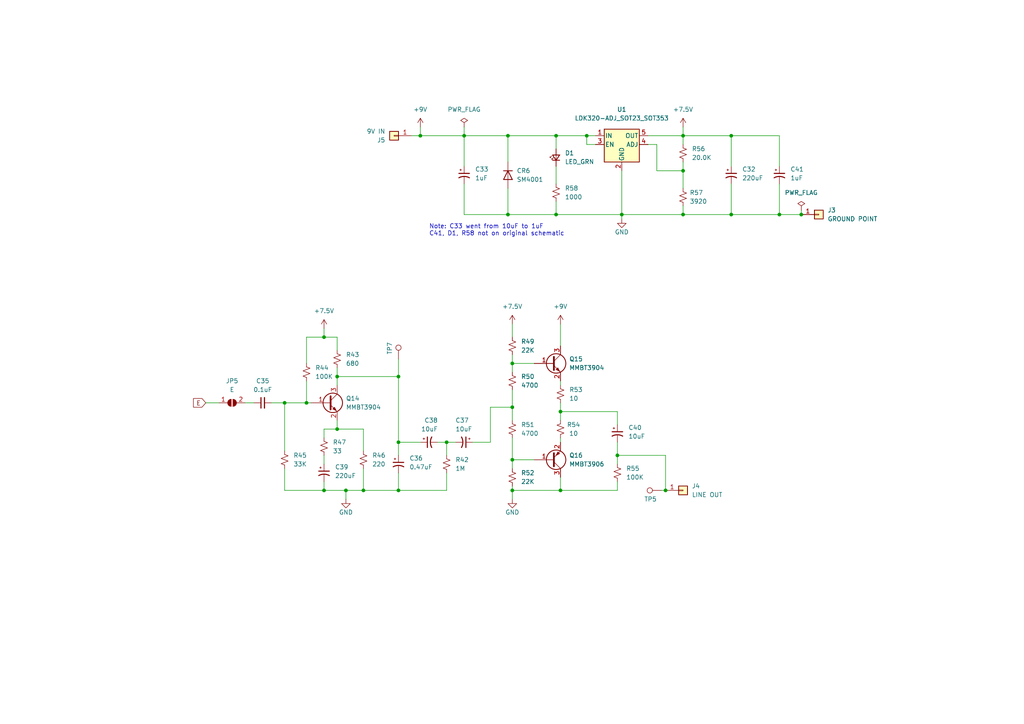
<source format=kicad_sch>
(kicad_sch (version 20211123) (generator eeschema)

  (uuid 9f9a9a17-acc5-4861-a439-066c6d0bf4e1)

  (paper "A4")

  (lib_symbols
    (symbol "Connector:TestPoint" (pin_numbers hide) (pin_names (offset 0.762) hide) (in_bom yes) (on_board yes)
      (property "Reference" "TP" (id 0) (at 0 6.858 0)
        (effects (font (size 1.27 1.27)))
      )
      (property "Value" "TestPoint" (id 1) (at 0 5.08 0)
        (effects (font (size 1.27 1.27)))
      )
      (property "Footprint" "" (id 2) (at 5.08 0 0)
        (effects (font (size 1.27 1.27)) hide)
      )
      (property "Datasheet" "~" (id 3) (at 5.08 0 0)
        (effects (font (size 1.27 1.27)) hide)
      )
      (property "ki_keywords" "test point tp" (id 4) (at 0 0 0)
        (effects (font (size 1.27 1.27)) hide)
      )
      (property "ki_description" "test point" (id 5) (at 0 0 0)
        (effects (font (size 1.27 1.27)) hide)
      )
      (property "ki_fp_filters" "Pin* Test*" (id 6) (at 0 0 0)
        (effects (font (size 1.27 1.27)) hide)
      )
      (symbol "TestPoint_0_1"
        (circle (center 0 3.302) (radius 0.762)
          (stroke (width 0) (type default) (color 0 0 0 0))
          (fill (type none))
        )
      )
      (symbol "TestPoint_1_1"
        (pin passive line (at 0 0 90) (length 2.54)
          (name "1" (effects (font (size 1.27 1.27))))
          (number "1" (effects (font (size 1.27 1.27))))
        )
      )
    )
    (symbol "Connector_Generic:Conn_01x01" (pin_names (offset 1.016) hide) (in_bom yes) (on_board yes)
      (property "Reference" "J" (id 0) (at 0 2.54 0)
        (effects (font (size 1.27 1.27)))
      )
      (property "Value" "Conn_01x01" (id 1) (at 0 -2.54 0)
        (effects (font (size 1.27 1.27)))
      )
      (property "Footprint" "" (id 2) (at 0 0 0)
        (effects (font (size 1.27 1.27)) hide)
      )
      (property "Datasheet" "~" (id 3) (at 0 0 0)
        (effects (font (size 1.27 1.27)) hide)
      )
      (property "ki_keywords" "connector" (id 4) (at 0 0 0)
        (effects (font (size 1.27 1.27)) hide)
      )
      (property "ki_description" "Generic connector, single row, 01x01, script generated (kicad-library-utils/schlib/autogen/connector/)" (id 5) (at 0 0 0)
        (effects (font (size 1.27 1.27)) hide)
      )
      (property "ki_fp_filters" "Connector*:*_1x??_*" (id 6) (at 0 0 0)
        (effects (font (size 1.27 1.27)) hide)
      )
      (symbol "Conn_01x01_1_1"
        (rectangle (start -1.27 0.127) (end 0 -0.127)
          (stroke (width 0.1524) (type default) (color 0 0 0 0))
          (fill (type none))
        )
        (rectangle (start -1.27 1.27) (end 1.27 -1.27)
          (stroke (width 0.254) (type default) (color 0 0 0 0))
          (fill (type background))
        )
        (pin passive line (at -5.08 0 0) (length 3.81)
          (name "Pin_1" (effects (font (size 1.27 1.27))))
          (number "1" (effects (font (size 1.27 1.27))))
        )
      )
    )
    (symbol "Device:C_Polarized_Small_US" (pin_numbers hide) (pin_names (offset 0.254) hide) (in_bom yes) (on_board yes)
      (property "Reference" "C" (id 0) (at 0.254 1.778 0)
        (effects (font (size 1.27 1.27)) (justify left))
      )
      (property "Value" "C_Polarized_Small_US" (id 1) (at 0.254 -2.032 0)
        (effects (font (size 1.27 1.27)) (justify left))
      )
      (property "Footprint" "" (id 2) (at 0 0 0)
        (effects (font (size 1.27 1.27)) hide)
      )
      (property "Datasheet" "~" (id 3) (at 0 0 0)
        (effects (font (size 1.27 1.27)) hide)
      )
      (property "ki_keywords" "cap capacitor" (id 4) (at 0 0 0)
        (effects (font (size 1.27 1.27)) hide)
      )
      (property "ki_description" "Polarized capacitor, small US symbol" (id 5) (at 0 0 0)
        (effects (font (size 1.27 1.27)) hide)
      )
      (property "ki_fp_filters" "CP_*" (id 6) (at 0 0 0)
        (effects (font (size 1.27 1.27)) hide)
      )
      (symbol "C_Polarized_Small_US_0_1"
        (polyline
          (pts
            (xy -1.524 0.508)
            (xy 1.524 0.508)
          )
          (stroke (width 0.3048) (type default) (color 0 0 0 0))
          (fill (type none))
        )
        (polyline
          (pts
            (xy -1.27 1.524)
            (xy -0.762 1.524)
          )
          (stroke (width 0) (type default) (color 0 0 0 0))
          (fill (type none))
        )
        (polyline
          (pts
            (xy -1.016 1.27)
            (xy -1.016 1.778)
          )
          (stroke (width 0) (type default) (color 0 0 0 0))
          (fill (type none))
        )
        (arc (start 1.524 -0.762) (mid 0 -0.3734) (end -1.524 -0.762)
          (stroke (width 0.3048) (type default) (color 0 0 0 0))
          (fill (type none))
        )
      )
      (symbol "C_Polarized_Small_US_1_1"
        (pin passive line (at 0 2.54 270) (length 2.032)
          (name "~" (effects (font (size 1.27 1.27))))
          (number "1" (effects (font (size 1.27 1.27))))
        )
        (pin passive line (at 0 -2.54 90) (length 2.032)
          (name "~" (effects (font (size 1.27 1.27))))
          (number "2" (effects (font (size 1.27 1.27))))
        )
      )
    )
    (symbol "Device:C_Small" (pin_numbers hide) (pin_names (offset 0.254) hide) (in_bom yes) (on_board yes)
      (property "Reference" "C" (id 0) (at 0.254 1.778 0)
        (effects (font (size 1.27 1.27)) (justify left))
      )
      (property "Value" "C_Small" (id 1) (at 0.254 -2.032 0)
        (effects (font (size 1.27 1.27)) (justify left))
      )
      (property "Footprint" "" (id 2) (at 0 0 0)
        (effects (font (size 1.27 1.27)) hide)
      )
      (property "Datasheet" "~" (id 3) (at 0 0 0)
        (effects (font (size 1.27 1.27)) hide)
      )
      (property "ki_keywords" "capacitor cap" (id 4) (at 0 0 0)
        (effects (font (size 1.27 1.27)) hide)
      )
      (property "ki_description" "Unpolarized capacitor, small symbol" (id 5) (at 0 0 0)
        (effects (font (size 1.27 1.27)) hide)
      )
      (property "ki_fp_filters" "C_*" (id 6) (at 0 0 0)
        (effects (font (size 1.27 1.27)) hide)
      )
      (symbol "C_Small_0_1"
        (polyline
          (pts
            (xy -1.524 -0.508)
            (xy 1.524 -0.508)
          )
          (stroke (width 0.3302) (type default) (color 0 0 0 0))
          (fill (type none))
        )
        (polyline
          (pts
            (xy -1.524 0.508)
            (xy 1.524 0.508)
          )
          (stroke (width 0.3048) (type default) (color 0 0 0 0))
          (fill (type none))
        )
      )
      (symbol "C_Small_1_1"
        (pin passive line (at 0 2.54 270) (length 2.032)
          (name "~" (effects (font (size 1.27 1.27))))
          (number "1" (effects (font (size 1.27 1.27))))
        )
        (pin passive line (at 0 -2.54 90) (length 2.032)
          (name "~" (effects (font (size 1.27 1.27))))
          (number "2" (effects (font (size 1.27 1.27))))
        )
      )
    )
    (symbol "Device:LED_Small" (pin_numbers hide) (pin_names (offset 0.254) hide) (in_bom yes) (on_board yes)
      (property "Reference" "D" (id 0) (at -1.27 3.175 0)
        (effects (font (size 1.27 1.27)) (justify left))
      )
      (property "Value" "LED_Small" (id 1) (at -4.445 -2.54 0)
        (effects (font (size 1.27 1.27)) (justify left))
      )
      (property "Footprint" "" (id 2) (at 0 0 90)
        (effects (font (size 1.27 1.27)) hide)
      )
      (property "Datasheet" "~" (id 3) (at 0 0 90)
        (effects (font (size 1.27 1.27)) hide)
      )
      (property "ki_keywords" "LED diode light-emitting-diode" (id 4) (at 0 0 0)
        (effects (font (size 1.27 1.27)) hide)
      )
      (property "ki_description" "Light emitting diode, small symbol" (id 5) (at 0 0 0)
        (effects (font (size 1.27 1.27)) hide)
      )
      (property "ki_fp_filters" "LED* LED_SMD:* LED_THT:*" (id 6) (at 0 0 0)
        (effects (font (size 1.27 1.27)) hide)
      )
      (symbol "LED_Small_0_1"
        (polyline
          (pts
            (xy -0.762 -1.016)
            (xy -0.762 1.016)
          )
          (stroke (width 0.254) (type default) (color 0 0 0 0))
          (fill (type none))
        )
        (polyline
          (pts
            (xy 1.016 0)
            (xy -0.762 0)
          )
          (stroke (width 0) (type default) (color 0 0 0 0))
          (fill (type none))
        )
        (polyline
          (pts
            (xy 0.762 -1.016)
            (xy -0.762 0)
            (xy 0.762 1.016)
            (xy 0.762 -1.016)
          )
          (stroke (width 0.254) (type default) (color 0 0 0 0))
          (fill (type none))
        )
        (polyline
          (pts
            (xy 0 0.762)
            (xy -0.508 1.27)
            (xy -0.254 1.27)
            (xy -0.508 1.27)
            (xy -0.508 1.016)
          )
          (stroke (width 0) (type default) (color 0 0 0 0))
          (fill (type none))
        )
        (polyline
          (pts
            (xy 0.508 1.27)
            (xy 0 1.778)
            (xy 0.254 1.778)
            (xy 0 1.778)
            (xy 0 1.524)
          )
          (stroke (width 0) (type default) (color 0 0 0 0))
          (fill (type none))
        )
      )
      (symbol "LED_Small_1_1"
        (pin passive line (at -2.54 0 0) (length 1.778)
          (name "K" (effects (font (size 1.27 1.27))))
          (number "1" (effects (font (size 1.27 1.27))))
        )
        (pin passive line (at 2.54 0 180) (length 1.778)
          (name "A" (effects (font (size 1.27 1.27))))
          (number "2" (effects (font (size 1.27 1.27))))
        )
      )
    )
    (symbol "Device:R_Small_US" (pin_numbers hide) (pin_names (offset 0.254) hide) (in_bom yes) (on_board yes)
      (property "Reference" "R" (id 0) (at 0.762 0.508 0)
        (effects (font (size 1.27 1.27)) (justify left))
      )
      (property "Value" "R_Small_US" (id 1) (at 0.762 -1.016 0)
        (effects (font (size 1.27 1.27)) (justify left))
      )
      (property "Footprint" "" (id 2) (at 0 0 0)
        (effects (font (size 1.27 1.27)) hide)
      )
      (property "Datasheet" "~" (id 3) (at 0 0 0)
        (effects (font (size 1.27 1.27)) hide)
      )
      (property "ki_keywords" "r resistor" (id 4) (at 0 0 0)
        (effects (font (size 1.27 1.27)) hide)
      )
      (property "ki_description" "Resistor, small US symbol" (id 5) (at 0 0 0)
        (effects (font (size 1.27 1.27)) hide)
      )
      (property "ki_fp_filters" "R_*" (id 6) (at 0 0 0)
        (effects (font (size 1.27 1.27)) hide)
      )
      (symbol "R_Small_US_1_1"
        (polyline
          (pts
            (xy 0 0)
            (xy 1.016 -0.381)
            (xy 0 -0.762)
            (xy -1.016 -1.143)
            (xy 0 -1.524)
          )
          (stroke (width 0) (type default) (color 0 0 0 0))
          (fill (type none))
        )
        (polyline
          (pts
            (xy 0 1.524)
            (xy 1.016 1.143)
            (xy 0 0.762)
            (xy -1.016 0.381)
            (xy 0 0)
          )
          (stroke (width 0) (type default) (color 0 0 0 0))
          (fill (type none))
        )
        (pin passive line (at 0 2.54 270) (length 1.016)
          (name "~" (effects (font (size 1.27 1.27))))
          (number "1" (effects (font (size 1.27 1.27))))
        )
        (pin passive line (at 0 -2.54 90) (length 1.016)
          (name "~" (effects (font (size 1.27 1.27))))
          (number "2" (effects (font (size 1.27 1.27))))
        )
      )
    )
    (symbol "Diode:SM4001" (pin_numbers hide) (pin_names (offset 1.016) hide) (in_bom yes) (on_board yes)
      (property "Reference" "D" (id 0) (at 0 2.54 0)
        (effects (font (size 1.27 1.27)))
      )
      (property "Value" "SM4001" (id 1) (at 0 -2.54 0)
        (effects (font (size 1.27 1.27)))
      )
      (property "Footprint" "Diode_SMD:D_MELF" (id 2) (at 0 -4.445 0)
        (effects (font (size 1.27 1.27)) hide)
      )
      (property "Datasheet" "http://cdn-reichelt.de/documents/datenblatt/A400/SMD1N400%23DIO.pdf" (id 3) (at 0 0 0)
        (effects (font (size 1.27 1.27)) hide)
      )
      (property "ki_keywords" "diode" (id 4) (at 0 0 0)
        (effects (font (size 1.27 1.27)) hide)
      )
      (property "ki_description" "50V 1A General Purpose Rectifier Diode, MELF" (id 5) (at 0 0 0)
        (effects (font (size 1.27 1.27)) hide)
      )
      (property "ki_fp_filters" "D*MELF*" (id 6) (at 0 0 0)
        (effects (font (size 1.27 1.27)) hide)
      )
      (symbol "SM4001_0_1"
        (polyline
          (pts
            (xy -1.27 1.27)
            (xy -1.27 -1.27)
          )
          (stroke (width 0.254) (type default) (color 0 0 0 0))
          (fill (type none))
        )
        (polyline
          (pts
            (xy 1.27 0)
            (xy -1.27 0)
          )
          (stroke (width 0) (type default) (color 0 0 0 0))
          (fill (type none))
        )
        (polyline
          (pts
            (xy 1.27 1.27)
            (xy 1.27 -1.27)
            (xy -1.27 0)
            (xy 1.27 1.27)
          )
          (stroke (width 0.254) (type default) (color 0 0 0 0))
          (fill (type none))
        )
      )
      (symbol "SM4001_1_1"
        (pin passive line (at -3.81 0 0) (length 2.54)
          (name "K" (effects (font (size 1.27 1.27))))
          (number "1" (effects (font (size 1.27 1.27))))
        )
        (pin passive line (at 3.81 0 180) (length 2.54)
          (name "A" (effects (font (size 1.27 1.27))))
          (number "2" (effects (font (size 1.27 1.27))))
        )
      )
    )
    (symbol "Jumper:SolderJumper_2_Open" (pin_names (offset 0) hide) (in_bom yes) (on_board yes)
      (property "Reference" "JP" (id 0) (at 0 2.032 0)
        (effects (font (size 1.27 1.27)))
      )
      (property "Value" "SolderJumper_2_Open" (id 1) (at 0 -2.54 0)
        (effects (font (size 1.27 1.27)))
      )
      (property "Footprint" "" (id 2) (at 0 0 0)
        (effects (font (size 1.27 1.27)) hide)
      )
      (property "Datasheet" "~" (id 3) (at 0 0 0)
        (effects (font (size 1.27 1.27)) hide)
      )
      (property "ki_keywords" "solder jumper SPST" (id 4) (at 0 0 0)
        (effects (font (size 1.27 1.27)) hide)
      )
      (property "ki_description" "Solder Jumper, 2-pole, open" (id 5) (at 0 0 0)
        (effects (font (size 1.27 1.27)) hide)
      )
      (property "ki_fp_filters" "SolderJumper*Open*" (id 6) (at 0 0 0)
        (effects (font (size 1.27 1.27)) hide)
      )
      (symbol "SolderJumper_2_Open_0_1"
        (arc (start -0.254 1.016) (mid -1.27 0) (end -0.254 -1.016)
          (stroke (width 0) (type default) (color 0 0 0 0))
          (fill (type none))
        )
        (arc (start -0.254 1.016) (mid -1.27 0) (end -0.254 -1.016)
          (stroke (width 0) (type default) (color 0 0 0 0))
          (fill (type outline))
        )
        (polyline
          (pts
            (xy -0.254 1.016)
            (xy -0.254 -1.016)
          )
          (stroke (width 0) (type default) (color 0 0 0 0))
          (fill (type none))
        )
        (polyline
          (pts
            (xy 0.254 1.016)
            (xy 0.254 -1.016)
          )
          (stroke (width 0) (type default) (color 0 0 0 0))
          (fill (type none))
        )
        (arc (start 0.254 -1.016) (mid 1.27 0) (end 0.254 1.016)
          (stroke (width 0) (type default) (color 0 0 0 0))
          (fill (type none))
        )
        (arc (start 0.254 -1.016) (mid 1.27 0) (end 0.254 1.016)
          (stroke (width 0) (type default) (color 0 0 0 0))
          (fill (type outline))
        )
      )
      (symbol "SolderJumper_2_Open_1_1"
        (pin passive line (at -3.81 0 0) (length 2.54)
          (name "A" (effects (font (size 1.27 1.27))))
          (number "1" (effects (font (size 1.27 1.27))))
        )
        (pin passive line (at 3.81 0 180) (length 2.54)
          (name "B" (effects (font (size 1.27 1.27))))
          (number "2" (effects (font (size 1.27 1.27))))
        )
      )
    )
    (symbol "Regulator_Linear:LDK130-ADJ_SOT23_SOT353" (pin_names (offset 0.254)) (in_bom yes) (on_board yes)
      (property "Reference" "U" (id 0) (at -3.81 5.715 0)
        (effects (font (size 1.27 1.27)))
      )
      (property "Value" "LDK130-ADJ_SOT23_SOT353" (id 1) (at 0 5.715 0)
        (effects (font (size 1.27 1.27)) (justify left))
      )
      (property "Footprint" "" (id 2) (at 0 8.255 0)
        (effects (font (size 1.27 1.27)) hide)
      )
      (property "Datasheet" "http://www.st.com/content/ccc/resource/technical/document/datasheet/29/10/f7/87/2f/66/47/f4/DM00076097.pdf/files/DM00076097.pdf/jcr:content/translations/en.DM00076097.pdf" (id 3) (at 0 0 0)
        (effects (font (size 1.27 1.27)) hide)
      )
      (property "ki_keywords" "linear regulator ldo adjustable positive low noise low quienscent current" (id 4) (at 0 0 0)
        (effects (font (size 1.27 1.27)) hide)
      )
      (property "ki_description" "300mA low dropout linear regulator, low quiescent current very, low noise, shutdown pin, adjustable positive output, SOT-23-5/SOT-353-5/SC-70-5" (id 5) (at 0 0 0)
        (effects (font (size 1.27 1.27)) hide)
      )
      (property "ki_fp_filters" "SOT?23* SOT?353* *SC?70*" (id 6) (at 0 0 0)
        (effects (font (size 1.27 1.27)) hide)
      )
      (symbol "LDK130-ADJ_SOT23_SOT353_0_1"
        (rectangle (start -5.08 4.445) (end 5.08 -5.08)
          (stroke (width 0.254) (type default) (color 0 0 0 0))
          (fill (type background))
        )
      )
      (symbol "LDK130-ADJ_SOT23_SOT353_1_1"
        (pin power_in line (at -7.62 2.54 0) (length 2.54)
          (name "IN" (effects (font (size 1.27 1.27))))
          (number "1" (effects (font (size 1.27 1.27))))
        )
        (pin power_in line (at 0 -7.62 90) (length 2.54)
          (name "GND" (effects (font (size 1.27 1.27))))
          (number "2" (effects (font (size 1.27 1.27))))
        )
        (pin input line (at -7.62 0 0) (length 2.54)
          (name "EN" (effects (font (size 1.27 1.27))))
          (number "3" (effects (font (size 1.27 1.27))))
        )
        (pin input line (at 7.62 0 180) (length 2.54)
          (name "ADJ" (effects (font (size 1.27 1.27))))
          (number "4" (effects (font (size 1.27 1.27))))
        )
        (pin power_out line (at 7.62 2.54 180) (length 2.54)
          (name "OUT" (effects (font (size 1.27 1.27))))
          (number "5" (effects (font (size 1.27 1.27))))
        )
      )
    )
    (symbol "Transistor_BJT:MMBT3904" (pin_names (offset 0) hide) (in_bom yes) (on_board yes)
      (property "Reference" "Q" (id 0) (at 5.08 1.905 0)
        (effects (font (size 1.27 1.27)) (justify left))
      )
      (property "Value" "MMBT3904" (id 1) (at 5.08 0 0)
        (effects (font (size 1.27 1.27)) (justify left))
      )
      (property "Footprint" "Package_TO_SOT_SMD:SOT-23" (id 2) (at 5.08 -1.905 0)
        (effects (font (size 1.27 1.27) italic) (justify left) hide)
      )
      (property "Datasheet" "https://www.onsemi.com/pub/Collateral/2N3903-D.PDF" (id 3) (at 0 0 0)
        (effects (font (size 1.27 1.27)) (justify left) hide)
      )
      (property "ki_keywords" "NPN Transistor" (id 4) (at 0 0 0)
        (effects (font (size 1.27 1.27)) hide)
      )
      (property "ki_description" "0.2A Ic, 40V Vce, Small Signal NPN Transistor, SOT-23" (id 5) (at 0 0 0)
        (effects (font (size 1.27 1.27)) hide)
      )
      (property "ki_fp_filters" "SOT?23*" (id 6) (at 0 0 0)
        (effects (font (size 1.27 1.27)) hide)
      )
      (symbol "MMBT3904_0_1"
        (polyline
          (pts
            (xy 0.635 0.635)
            (xy 2.54 2.54)
          )
          (stroke (width 0) (type default) (color 0 0 0 0))
          (fill (type none))
        )
        (polyline
          (pts
            (xy 0.635 -0.635)
            (xy 2.54 -2.54)
            (xy 2.54 -2.54)
          )
          (stroke (width 0) (type default) (color 0 0 0 0))
          (fill (type none))
        )
        (polyline
          (pts
            (xy 0.635 1.905)
            (xy 0.635 -1.905)
            (xy 0.635 -1.905)
          )
          (stroke (width 0.508) (type default) (color 0 0 0 0))
          (fill (type none))
        )
        (polyline
          (pts
            (xy 1.27 -1.778)
            (xy 1.778 -1.27)
            (xy 2.286 -2.286)
            (xy 1.27 -1.778)
            (xy 1.27 -1.778)
          )
          (stroke (width 0) (type default) (color 0 0 0 0))
          (fill (type outline))
        )
        (circle (center 1.27 0) (radius 2.8194)
          (stroke (width 0.254) (type default) (color 0 0 0 0))
          (fill (type none))
        )
      )
      (symbol "MMBT3904_1_1"
        (pin input line (at -5.08 0 0) (length 5.715)
          (name "B" (effects (font (size 1.27 1.27))))
          (number "1" (effects (font (size 1.27 1.27))))
        )
        (pin passive line (at 2.54 -5.08 90) (length 2.54)
          (name "E" (effects (font (size 1.27 1.27))))
          (number "2" (effects (font (size 1.27 1.27))))
        )
        (pin passive line (at 2.54 5.08 270) (length 2.54)
          (name "C" (effects (font (size 1.27 1.27))))
          (number "3" (effects (font (size 1.27 1.27))))
        )
      )
    )
    (symbol "Transistor_BJT:MMBT3906" (pin_names (offset 0) hide) (in_bom yes) (on_board yes)
      (property "Reference" "Q" (id 0) (at 5.08 1.905 0)
        (effects (font (size 1.27 1.27)) (justify left))
      )
      (property "Value" "MMBT3906" (id 1) (at 5.08 0 0)
        (effects (font (size 1.27 1.27)) (justify left))
      )
      (property "Footprint" "Package_TO_SOT_SMD:SOT-23" (id 2) (at 5.08 -1.905 0)
        (effects (font (size 1.27 1.27) italic) (justify left) hide)
      )
      (property "Datasheet" "https://www.onsemi.com/pub/Collateral/2N3906-D.PDF" (id 3) (at 0 0 0)
        (effects (font (size 1.27 1.27)) (justify left) hide)
      )
      (property "ki_keywords" "PNP Transistor" (id 4) (at 0 0 0)
        (effects (font (size 1.27 1.27)) hide)
      )
      (property "ki_description" "-0.2A Ic, -40V Vce, Small Signal PNP Transistor, SOT-23" (id 5) (at 0 0 0)
        (effects (font (size 1.27 1.27)) hide)
      )
      (property "ki_fp_filters" "SOT?23*" (id 6) (at 0 0 0)
        (effects (font (size 1.27 1.27)) hide)
      )
      (symbol "MMBT3906_0_1"
        (polyline
          (pts
            (xy 0.635 0.635)
            (xy 2.54 2.54)
          )
          (stroke (width 0) (type default) (color 0 0 0 0))
          (fill (type none))
        )
        (polyline
          (pts
            (xy 0.635 -0.635)
            (xy 2.54 -2.54)
            (xy 2.54 -2.54)
          )
          (stroke (width 0) (type default) (color 0 0 0 0))
          (fill (type none))
        )
        (polyline
          (pts
            (xy 0.635 1.905)
            (xy 0.635 -1.905)
            (xy 0.635 -1.905)
          )
          (stroke (width 0.508) (type default) (color 0 0 0 0))
          (fill (type none))
        )
        (polyline
          (pts
            (xy 2.286 -1.778)
            (xy 1.778 -2.286)
            (xy 1.27 -1.27)
            (xy 2.286 -1.778)
            (xy 2.286 -1.778)
          )
          (stroke (width 0) (type default) (color 0 0 0 0))
          (fill (type outline))
        )
        (circle (center 1.27 0) (radius 2.8194)
          (stroke (width 0.254) (type default) (color 0 0 0 0))
          (fill (type none))
        )
      )
      (symbol "MMBT3906_1_1"
        (pin input line (at -5.08 0 0) (length 5.715)
          (name "B" (effects (font (size 1.27 1.27))))
          (number "1" (effects (font (size 1.27 1.27))))
        )
        (pin passive line (at 2.54 -5.08 90) (length 2.54)
          (name "E" (effects (font (size 1.27 1.27))))
          (number "2" (effects (font (size 1.27 1.27))))
        )
        (pin passive line (at 2.54 5.08 270) (length 2.54)
          (name "C" (effects (font (size 1.27 1.27))))
          (number "3" (effects (font (size 1.27 1.27))))
        )
      )
    )
    (symbol "power:+7.5V" (power) (pin_names (offset 0)) (in_bom yes) (on_board yes)
      (property "Reference" "#PWR" (id 0) (at 0 -3.81 0)
        (effects (font (size 1.27 1.27)) hide)
      )
      (property "Value" "+7.5V" (id 1) (at 0 3.556 0)
        (effects (font (size 1.27 1.27)))
      )
      (property "Footprint" "" (id 2) (at 0 0 0)
        (effects (font (size 1.27 1.27)) hide)
      )
      (property "Datasheet" "" (id 3) (at 0 0 0)
        (effects (font (size 1.27 1.27)) hide)
      )
      (property "ki_keywords" "power-flag" (id 4) (at 0 0 0)
        (effects (font (size 1.27 1.27)) hide)
      )
      (property "ki_description" "Power symbol creates a global label with name \"+7.5V\"" (id 5) (at 0 0 0)
        (effects (font (size 1.27 1.27)) hide)
      )
      (symbol "+7.5V_0_1"
        (polyline
          (pts
            (xy -0.762 1.27)
            (xy 0 2.54)
          )
          (stroke (width 0) (type default) (color 0 0 0 0))
          (fill (type none))
        )
        (polyline
          (pts
            (xy 0 0)
            (xy 0 2.54)
          )
          (stroke (width 0) (type default) (color 0 0 0 0))
          (fill (type none))
        )
        (polyline
          (pts
            (xy 0 2.54)
            (xy 0.762 1.27)
          )
          (stroke (width 0) (type default) (color 0 0 0 0))
          (fill (type none))
        )
      )
      (symbol "+7.5V_1_1"
        (pin power_in line (at 0 0 90) (length 0) hide
          (name "+7.5V" (effects (font (size 1.27 1.27))))
          (number "1" (effects (font (size 1.27 1.27))))
        )
      )
    )
    (symbol "power:+9V" (power) (pin_names (offset 0)) (in_bom yes) (on_board yes)
      (property "Reference" "#PWR" (id 0) (at 0 -3.81 0)
        (effects (font (size 1.27 1.27)) hide)
      )
      (property "Value" "+9V" (id 1) (at 0 3.556 0)
        (effects (font (size 1.27 1.27)))
      )
      (property "Footprint" "" (id 2) (at 0 0 0)
        (effects (font (size 1.27 1.27)) hide)
      )
      (property "Datasheet" "" (id 3) (at 0 0 0)
        (effects (font (size 1.27 1.27)) hide)
      )
      (property "ki_keywords" "power-flag" (id 4) (at 0 0 0)
        (effects (font (size 1.27 1.27)) hide)
      )
      (property "ki_description" "Power symbol creates a global label with name \"+9V\"" (id 5) (at 0 0 0)
        (effects (font (size 1.27 1.27)) hide)
      )
      (symbol "+9V_0_1"
        (polyline
          (pts
            (xy -0.762 1.27)
            (xy 0 2.54)
          )
          (stroke (width 0) (type default) (color 0 0 0 0))
          (fill (type none))
        )
        (polyline
          (pts
            (xy 0 0)
            (xy 0 2.54)
          )
          (stroke (width 0) (type default) (color 0 0 0 0))
          (fill (type none))
        )
        (polyline
          (pts
            (xy 0 2.54)
            (xy 0.762 1.27)
          )
          (stroke (width 0) (type default) (color 0 0 0 0))
          (fill (type none))
        )
      )
      (symbol "+9V_1_1"
        (pin power_in line (at 0 0 90) (length 0) hide
          (name "+9V" (effects (font (size 1.27 1.27))))
          (number "1" (effects (font (size 1.27 1.27))))
        )
      )
    )
    (symbol "power:GND" (power) (pin_names (offset 0)) (in_bom yes) (on_board yes)
      (property "Reference" "#PWR" (id 0) (at 0 -6.35 0)
        (effects (font (size 1.27 1.27)) hide)
      )
      (property "Value" "GND" (id 1) (at 0 -3.81 0)
        (effects (font (size 1.27 1.27)))
      )
      (property "Footprint" "" (id 2) (at 0 0 0)
        (effects (font (size 1.27 1.27)) hide)
      )
      (property "Datasheet" "" (id 3) (at 0 0 0)
        (effects (font (size 1.27 1.27)) hide)
      )
      (property "ki_keywords" "power-flag" (id 4) (at 0 0 0)
        (effects (font (size 1.27 1.27)) hide)
      )
      (property "ki_description" "Power symbol creates a global label with name \"GND\" , ground" (id 5) (at 0 0 0)
        (effects (font (size 1.27 1.27)) hide)
      )
      (symbol "GND_0_1"
        (polyline
          (pts
            (xy 0 0)
            (xy 0 -1.27)
            (xy 1.27 -1.27)
            (xy 0 -2.54)
            (xy -1.27 -1.27)
            (xy 0 -1.27)
          )
          (stroke (width 0) (type default) (color 0 0 0 0))
          (fill (type none))
        )
      )
      (symbol "GND_1_1"
        (pin power_in line (at 0 0 270) (length 0) hide
          (name "GND" (effects (font (size 1.27 1.27))))
          (number "1" (effects (font (size 1.27 1.27))))
        )
      )
    )
    (symbol "power:PWR_FLAG" (power) (pin_numbers hide) (pin_names (offset 0) hide) (in_bom yes) (on_board yes)
      (property "Reference" "#FLG" (id 0) (at 0 1.905 0)
        (effects (font (size 1.27 1.27)) hide)
      )
      (property "Value" "PWR_FLAG" (id 1) (at 0 3.81 0)
        (effects (font (size 1.27 1.27)))
      )
      (property "Footprint" "" (id 2) (at 0 0 0)
        (effects (font (size 1.27 1.27)) hide)
      )
      (property "Datasheet" "~" (id 3) (at 0 0 0)
        (effects (font (size 1.27 1.27)) hide)
      )
      (property "ki_keywords" "power-flag" (id 4) (at 0 0 0)
        (effects (font (size 1.27 1.27)) hide)
      )
      (property "ki_description" "Special symbol for telling ERC where power comes from" (id 5) (at 0 0 0)
        (effects (font (size 1.27 1.27)) hide)
      )
      (symbol "PWR_FLAG_0_0"
        (pin power_out line (at 0 0 90) (length 0)
          (name "pwr" (effects (font (size 1.27 1.27))))
          (number "1" (effects (font (size 1.27 1.27))))
        )
      )
      (symbol "PWR_FLAG_0_1"
        (polyline
          (pts
            (xy 0 0)
            (xy 0 1.27)
            (xy -1.016 1.905)
            (xy 0 2.54)
            (xy 1.016 1.905)
            (xy 0 1.27)
          )
          (stroke (width 0) (type default) (color 0 0 0 0))
          (fill (type none))
        )
      )
    )
  )

  (junction (at 115.57 128.27) (diameter 0) (color 0 0 0 0)
    (uuid 0ab4bead-196b-4a3d-8f4c-ff71137c8dab)
  )
  (junction (at 82.55 116.84) (diameter 0) (color 0 0 0 0)
    (uuid 27149515-37ac-4733-8c9e-2d4fa5185b25)
  )
  (junction (at 198.12 49.53) (diameter 0) (color 0 0 0 0)
    (uuid 2f60169a-ed5b-42bc-8ce8-947370c51686)
  )
  (junction (at 162.56 142.24) (diameter 0) (color 0 0 0 0)
    (uuid 2f832877-7b8b-4c6e-92c8-56bbac44eee2)
  )
  (junction (at 97.79 109.22) (diameter 0) (color 0 0 0 0)
    (uuid 42786bfa-38f5-458d-8289-53e4c4e5caa4)
  )
  (junction (at 180.34 62.23) (diameter 0) (color 0 0 0 0)
    (uuid 46b76997-5e46-46d1-b6e2-3f710394e26b)
  )
  (junction (at 129.54 128.27) (diameter 0) (color 0 0 0 0)
    (uuid 48ce6709-dc22-4932-b6de-e71c02df2679)
  )
  (junction (at 198.12 62.23) (diameter 0) (color 0 0 0 0)
    (uuid 4be1cea0-3702-4448-9b03-1cb4060c0494)
  )
  (junction (at 115.57 109.22) (diameter 0) (color 0 0 0 0)
    (uuid 4e7b6d00-ec08-4aca-9b18-e48484749f12)
  )
  (junction (at 198.12 39.37) (diameter 0) (color 0 0 0 0)
    (uuid 567f902b-32bb-47fa-8a91-0a7923a30ccf)
  )
  (junction (at 97.79 124.46) (diameter 0) (color 0 0 0 0)
    (uuid 5a7c52a9-0b21-4dbf-aa4e-b64023c410c0)
  )
  (junction (at 121.92 39.37) (diameter 0) (color 0 0 0 0)
    (uuid 6072e704-b486-4ff3-8502-381633763599)
  )
  (junction (at 93.98 142.24) (diameter 0) (color 0 0 0 0)
    (uuid 642ae97e-02a6-48b9-8c8d-990d0c5c901d)
  )
  (junction (at 134.62 39.37) (diameter 0) (color 0 0 0 0)
    (uuid 678125bc-277b-49d9-b76c-37dbb016d095)
  )
  (junction (at 100.33 142.24) (diameter 0) (color 0 0 0 0)
    (uuid 688208d1-d683-43e6-a449-3398e15d68d7)
  )
  (junction (at 147.32 62.23) (diameter 0) (color 0 0 0 0)
    (uuid 6c08756d-3697-4df2-aa63-9384d8b511d7)
  )
  (junction (at 148.59 133.35) (diameter 0) (color 0 0 0 0)
    (uuid 6e221c10-f81e-4d17-a7b2-c751661fe105)
  )
  (junction (at 148.59 142.24) (diameter 0) (color 0 0 0 0)
    (uuid 6fc5e8bf-bc15-4cc5-bf67-100f71e7de37)
  )
  (junction (at 148.59 118.11) (diameter 0) (color 0 0 0 0)
    (uuid 72ed888d-88f2-4d05-a2f9-fff64bca58c4)
  )
  (junction (at 170.18 39.37) (diameter 0) (color 0 0 0 0)
    (uuid 7cd5bd02-3f30-4935-8726-ad109ba3e719)
  )
  (junction (at 212.09 39.37) (diameter 0) (color 0 0 0 0)
    (uuid 7dc53260-0156-468e-939c-5af016a722e2)
  )
  (junction (at 162.56 119.38) (diameter 0) (color 0 0 0 0)
    (uuid 82632ae6-0f1a-44ec-9336-027e30bbdafc)
  )
  (junction (at 226.06 62.23) (diameter 0) (color 0 0 0 0)
    (uuid a1bcaca8-b71f-44b7-a8bd-31c66dc1d536)
  )
  (junction (at 179.07 132.08) (diameter 0) (color 0 0 0 0)
    (uuid a8cdd6eb-9cda-4879-8cd6-cb36741160c3)
  )
  (junction (at 232.41 62.23) (diameter 0) (color 0 0 0 0)
    (uuid b49d9b98-8442-4a2a-9d79-9174bc1138de)
  )
  (junction (at 93.98 97.79) (diameter 0) (color 0 0 0 0)
    (uuid b9624085-5bae-4282-9b98-3c06480479b5)
  )
  (junction (at 161.29 39.37) (diameter 0) (color 0 0 0 0)
    (uuid c13f9730-aa00-47f3-a930-9b297cc85e0b)
  )
  (junction (at 161.29 62.23) (diameter 0) (color 0 0 0 0)
    (uuid c189862a-234c-4d22-b1e8-6702e17697ff)
  )
  (junction (at 105.41 142.24) (diameter 0) (color 0 0 0 0)
    (uuid c9bcd260-9e73-4dda-8499-d4c902650193)
  )
  (junction (at 212.09 62.23) (diameter 0) (color 0 0 0 0)
    (uuid cac5034d-70f0-4056-8996-aeff387d4917)
  )
  (junction (at 147.32 39.37) (diameter 0) (color 0 0 0 0)
    (uuid d324580d-8203-4b22-9fec-1db2db8eef5e)
  )
  (junction (at 148.59 105.41) (diameter 0) (color 0 0 0 0)
    (uuid dd3e6c7c-78e0-4b66-99a0-2161884f449e)
  )
  (junction (at 88.9 116.84) (diameter 0) (color 0 0 0 0)
    (uuid e4e0cf5c-fe2d-49a2-97f0-09eb74941595)
  )
  (junction (at 115.57 142.24) (diameter 0) (color 0 0 0 0)
    (uuid edb0987e-7544-47ec-a5e8-bcf3e344ae36)
  )
  (junction (at 193.04 142.24) (diameter 0) (color 0 0 0 0)
    (uuid f4c46c06-6f4c-40a3-bd9d-536c7b360baf)
  )

  (wire (pts (xy 226.06 53.34) (xy 226.06 62.23))
    (stroke (width 0) (type default) (color 0 0 0 0))
    (uuid 0192ab0a-0381-430a-be4e-cf936fe8c4c2)
  )
  (wire (pts (xy 105.41 135.89) (xy 105.41 142.24))
    (stroke (width 0) (type default) (color 0 0 0 0))
    (uuid 07c11f88-5ede-48a3-b5ad-f2741c8ee10d)
  )
  (wire (pts (xy 232.41 60.96) (xy 232.41 62.23))
    (stroke (width 0) (type default) (color 0 0 0 0))
    (uuid 0b75c5e4-26f9-46e7-b0a9-b687116461cc)
  )
  (wire (pts (xy 212.09 39.37) (xy 198.12 39.37))
    (stroke (width 0) (type default) (color 0 0 0 0))
    (uuid 0b97cc27-47e7-415f-9153-39219924bc3b)
  )
  (wire (pts (xy 148.59 113.03) (xy 148.59 118.11))
    (stroke (width 0) (type default) (color 0 0 0 0))
    (uuid 100a9b93-fae8-4c7d-a655-3f16979a2549)
  )
  (wire (pts (xy 180.34 49.53) (xy 180.34 62.23))
    (stroke (width 0) (type default) (color 0 0 0 0))
    (uuid 1097c606-93f6-40b0-abcf-6642b66691f6)
  )
  (wire (pts (xy 129.54 142.24) (xy 115.57 142.24))
    (stroke (width 0) (type default) (color 0 0 0 0))
    (uuid 14715116-c888-4b51-818b-216b88fe6909)
  )
  (wire (pts (xy 198.12 46.99) (xy 198.12 49.53))
    (stroke (width 0) (type default) (color 0 0 0 0))
    (uuid 14d6576e-a739-4f4b-877a-38d5a77b9efa)
  )
  (wire (pts (xy 134.62 39.37) (xy 134.62 48.26))
    (stroke (width 0) (type default) (color 0 0 0 0))
    (uuid 1602c48e-f8de-4de6-8d45-16c38aeae027)
  )
  (wire (pts (xy 148.59 93.98) (xy 148.59 97.79))
    (stroke (width 0) (type default) (color 0 0 0 0))
    (uuid 1bf42e4b-e837-4aee-b897-e8bd35dc0362)
  )
  (wire (pts (xy 226.06 62.23) (xy 232.41 62.23))
    (stroke (width 0) (type default) (color 0 0 0 0))
    (uuid 1c7b23f0-9753-4628-8d68-3c47d2333666)
  )
  (wire (pts (xy 190.5 49.53) (xy 198.12 49.53))
    (stroke (width 0) (type default) (color 0 0 0 0))
    (uuid 1e512da6-ca8a-443d-802d-6f94f2c76b15)
  )
  (wire (pts (xy 148.59 142.24) (xy 148.59 144.78))
    (stroke (width 0) (type default) (color 0 0 0 0))
    (uuid 1fb1f4e0-cc42-4f92-ac3e-2c0ad8e876e7)
  )
  (wire (pts (xy 115.57 109.22) (xy 115.57 128.27))
    (stroke (width 0) (type default) (color 0 0 0 0))
    (uuid 223c9c48-a1dc-4efa-820e-15d8050a88c0)
  )
  (wire (pts (xy 134.62 62.23) (xy 147.32 62.23))
    (stroke (width 0) (type default) (color 0 0 0 0))
    (uuid 2463b834-8b00-489a-a37f-262bfddfb53c)
  )
  (wire (pts (xy 190.5 41.91) (xy 190.5 49.53))
    (stroke (width 0) (type default) (color 0 0 0 0))
    (uuid 25897899-d94a-4bda-8325-6d8af3085802)
  )
  (wire (pts (xy 97.79 106.68) (xy 97.79 109.22))
    (stroke (width 0) (type default) (color 0 0 0 0))
    (uuid 2801364a-2f49-4829-9636-f79af025d930)
  )
  (wire (pts (xy 121.92 36.83) (xy 121.92 39.37))
    (stroke (width 0) (type default) (color 0 0 0 0))
    (uuid 2d66671c-f5b3-46e7-bd9b-bb1a337321fc)
  )
  (wire (pts (xy 115.57 128.27) (xy 121.92 128.27))
    (stroke (width 0) (type default) (color 0 0 0 0))
    (uuid 3236ea31-d80c-4146-9cd8-2b4ca6d6e6ee)
  )
  (wire (pts (xy 115.57 137.16) (xy 115.57 142.24))
    (stroke (width 0) (type default) (color 0 0 0 0))
    (uuid 3276de71-013b-423c-a99f-26c30cced9c4)
  )
  (wire (pts (xy 129.54 128.27) (xy 132.08 128.27))
    (stroke (width 0) (type default) (color 0 0 0 0))
    (uuid 34c4e125-fa81-4474-ab81-3f2f954f9347)
  )
  (wire (pts (xy 162.56 142.24) (xy 162.56 138.43))
    (stroke (width 0) (type default) (color 0 0 0 0))
    (uuid 34eecac9-dada-4aa9-99a8-7139ee786851)
  )
  (wire (pts (xy 180.34 62.23) (xy 198.12 62.23))
    (stroke (width 0) (type default) (color 0 0 0 0))
    (uuid 35f7fd2c-ad00-41a0-82c3-bfa86f84479e)
  )
  (wire (pts (xy 148.59 105.41) (xy 148.59 107.95))
    (stroke (width 0) (type default) (color 0 0 0 0))
    (uuid 36ae598c-2b98-4491-b310-4261d4046871)
  )
  (wire (pts (xy 161.29 39.37) (xy 161.29 43.18))
    (stroke (width 0) (type default) (color 0 0 0 0))
    (uuid 38f7f9de-68fa-44bf-8942-8b8d7bd02950)
  )
  (wire (pts (xy 97.79 109.22) (xy 97.79 111.76))
    (stroke (width 0) (type default) (color 0 0 0 0))
    (uuid 392332ce-4b12-40e0-94a0-05fb4653fae8)
  )
  (wire (pts (xy 179.07 128.27) (xy 179.07 132.08))
    (stroke (width 0) (type default) (color 0 0 0 0))
    (uuid 3b91d703-c71a-4a3d-93d5-11ea5d8165ba)
  )
  (wire (pts (xy 191.77 142.24) (xy 193.04 142.24))
    (stroke (width 0) (type default) (color 0 0 0 0))
    (uuid 3be9a32c-ef9f-4fb0-b1cd-a6ad2ea37cc4)
  )
  (wire (pts (xy 90.17 116.84) (xy 88.9 116.84))
    (stroke (width 0) (type default) (color 0 0 0 0))
    (uuid 3e6c1926-0a3d-46e7-904f-95f48d890a42)
  )
  (wire (pts (xy 147.32 62.23) (xy 161.29 62.23))
    (stroke (width 0) (type default) (color 0 0 0 0))
    (uuid 3f166961-48aa-4280-9782-38bee236a6fb)
  )
  (wire (pts (xy 127 128.27) (xy 129.54 128.27))
    (stroke (width 0) (type default) (color 0 0 0 0))
    (uuid 418e8688-f2d9-4903-903d-f141d2151aa7)
  )
  (wire (pts (xy 93.98 95.25) (xy 93.98 97.79))
    (stroke (width 0) (type default) (color 0 0 0 0))
    (uuid 4a24abb7-c4b4-4cea-be9b-0076ed0b971e)
  )
  (wire (pts (xy 97.79 97.79) (xy 97.79 101.6))
    (stroke (width 0) (type default) (color 0 0 0 0))
    (uuid 4bdf09aa-3a5e-4ea3-9cdf-a7f6f17b65ac)
  )
  (wire (pts (xy 162.56 116.84) (xy 162.56 119.38))
    (stroke (width 0) (type default) (color 0 0 0 0))
    (uuid 54860f97-fe29-4138-a808-5c659f651bf5)
  )
  (wire (pts (xy 115.57 142.24) (xy 105.41 142.24))
    (stroke (width 0) (type default) (color 0 0 0 0))
    (uuid 54f63f88-09b6-4a5f-9df3-9e91f1df6dc7)
  )
  (wire (pts (xy 154.94 105.41) (xy 148.59 105.41))
    (stroke (width 0) (type default) (color 0 0 0 0))
    (uuid 59dbb0ba-1312-4312-a371-f7c314315c22)
  )
  (wire (pts (xy 198.12 39.37) (xy 198.12 41.91))
    (stroke (width 0) (type default) (color 0 0 0 0))
    (uuid 5a82afe6-4a5a-4a13-8e84-1b98762ad67a)
  )
  (wire (pts (xy 105.41 142.24) (xy 100.33 142.24))
    (stroke (width 0) (type default) (color 0 0 0 0))
    (uuid 65504851-5c26-43d4-8a1c-c2f03a905f41)
  )
  (wire (pts (xy 88.9 97.79) (xy 93.98 97.79))
    (stroke (width 0) (type default) (color 0 0 0 0))
    (uuid 65af1b44-88e7-4e75-9e5d-a515ef48dc03)
  )
  (wire (pts (xy 59.69 116.84) (xy 63.5 116.84))
    (stroke (width 0) (type default) (color 0 0 0 0))
    (uuid 660d04db-7a6c-4a8d-acb9-38ca323e6e88)
  )
  (wire (pts (xy 162.56 119.38) (xy 162.56 121.92))
    (stroke (width 0) (type default) (color 0 0 0 0))
    (uuid 6b6994fc-1c24-47de-bba8-dbff361f2cc0)
  )
  (wire (pts (xy 78.74 116.84) (xy 82.55 116.84))
    (stroke (width 0) (type default) (color 0 0 0 0))
    (uuid 72234731-1104-4138-b7b7-be4959476939)
  )
  (wire (pts (xy 97.79 124.46) (xy 93.98 124.46))
    (stroke (width 0) (type default) (color 0 0 0 0))
    (uuid 72bc1054-fa17-45f4-90c9-69e30e6f3487)
  )
  (wire (pts (xy 212.09 62.23) (xy 226.06 62.23))
    (stroke (width 0) (type default) (color 0 0 0 0))
    (uuid 78021977-3ba3-43ea-8902-57449c6ed2ef)
  )
  (wire (pts (xy 93.98 142.24) (xy 100.33 142.24))
    (stroke (width 0) (type default) (color 0 0 0 0))
    (uuid 7bc47a92-6cb9-44db-8b7e-b12f0f902559)
  )
  (wire (pts (xy 170.18 41.91) (xy 170.18 39.37))
    (stroke (width 0) (type default) (color 0 0 0 0))
    (uuid 7cda19ec-ca82-4b46-be2b-ac898cffdd34)
  )
  (wire (pts (xy 148.59 127) (xy 148.59 133.35))
    (stroke (width 0) (type default) (color 0 0 0 0))
    (uuid 7fed9b34-5be8-4651-9a0c-ca7268f4d821)
  )
  (wire (pts (xy 93.98 142.24) (xy 93.98 139.7))
    (stroke (width 0) (type default) (color 0 0 0 0))
    (uuid 816b855a-baba-44fb-91bb-f0177775d2c3)
  )
  (wire (pts (xy 179.07 142.24) (xy 162.56 142.24))
    (stroke (width 0) (type default) (color 0 0 0 0))
    (uuid 8478af7f-c808-47f2-8e15-035f00bf1623)
  )
  (wire (pts (xy 147.32 54.61) (xy 147.32 62.23))
    (stroke (width 0) (type default) (color 0 0 0 0))
    (uuid 88ad0ec3-8bed-4225-a1c5-f28bca60c702)
  )
  (wire (pts (xy 161.29 62.23) (xy 180.34 62.23))
    (stroke (width 0) (type default) (color 0 0 0 0))
    (uuid 88b81d76-f7a4-410e-8372-507475167b84)
  )
  (wire (pts (xy 198.12 36.83) (xy 198.12 39.37))
    (stroke (width 0) (type default) (color 0 0 0 0))
    (uuid 8b7e4765-1be6-412c-a1ef-95a144c9b758)
  )
  (wire (pts (xy 147.32 39.37) (xy 161.29 39.37))
    (stroke (width 0) (type default) (color 0 0 0 0))
    (uuid 8cdb52d2-33fb-46c1-93c5-886825990327)
  )
  (wire (pts (xy 134.62 53.34) (xy 134.62 62.23))
    (stroke (width 0) (type default) (color 0 0 0 0))
    (uuid 9138ba29-a84d-4094-ae9b-8f93fa10f91d)
  )
  (wire (pts (xy 162.56 127) (xy 162.56 128.27))
    (stroke (width 0) (type default) (color 0 0 0 0))
    (uuid 94c50e3e-7adb-4bcf-87ea-50d7b0350c55)
  )
  (wire (pts (xy 129.54 137.16) (xy 129.54 142.24))
    (stroke (width 0) (type default) (color 0 0 0 0))
    (uuid 972f2233-b494-43b8-953a-d59c50bbf1e0)
  )
  (wire (pts (xy 115.57 132.08) (xy 115.57 128.27))
    (stroke (width 0) (type default) (color 0 0 0 0))
    (uuid 9a5e6914-f86c-45f6-bcff-718b979e9cf0)
  )
  (wire (pts (xy 162.56 110.49) (xy 162.56 111.76))
    (stroke (width 0) (type default) (color 0 0 0 0))
    (uuid 9aed4096-e68b-4e1c-8cfa-a858d65be800)
  )
  (wire (pts (xy 226.06 39.37) (xy 226.06 48.26))
    (stroke (width 0) (type default) (color 0 0 0 0))
    (uuid 9c5ecc27-4ed6-4d89-81f3-d6e6c883b7f8)
  )
  (wire (pts (xy 148.59 142.24) (xy 162.56 142.24))
    (stroke (width 0) (type default) (color 0 0 0 0))
    (uuid 9f0435bf-a114-49a6-b7e1-f31612ab4682)
  )
  (wire (pts (xy 82.55 135.89) (xy 82.55 142.24))
    (stroke (width 0) (type default) (color 0 0 0 0))
    (uuid 9fa7c314-ad84-4b23-b716-054381409fe8)
  )
  (wire (pts (xy 161.29 58.42) (xy 161.29 62.23))
    (stroke (width 0) (type default) (color 0 0 0 0))
    (uuid a1d98ba9-990b-48c1-830a-26ab0cbebb82)
  )
  (wire (pts (xy 105.41 124.46) (xy 97.79 124.46))
    (stroke (width 0) (type default) (color 0 0 0 0))
    (uuid a3021528-190c-4acc-aae5-e2af3a132631)
  )
  (wire (pts (xy 97.79 109.22) (xy 115.57 109.22))
    (stroke (width 0) (type default) (color 0 0 0 0))
    (uuid a38293ef-ffed-4ab0-87fe-7bd2e1aeb10a)
  )
  (wire (pts (xy 100.33 142.24) (xy 100.33 144.78))
    (stroke (width 0) (type default) (color 0 0 0 0))
    (uuid a83c2300-9288-4fc0-8a1a-f0e497446843)
  )
  (wire (pts (xy 161.29 53.34) (xy 161.29 48.26))
    (stroke (width 0) (type default) (color 0 0 0 0))
    (uuid a8be230a-2945-4fa7-b18b-89d04856289e)
  )
  (wire (pts (xy 179.07 132.08) (xy 193.04 132.08))
    (stroke (width 0) (type default) (color 0 0 0 0))
    (uuid a8c16721-c303-4077-92b4-e5229d638edd)
  )
  (wire (pts (xy 170.18 39.37) (xy 172.72 39.37))
    (stroke (width 0) (type default) (color 0 0 0 0))
    (uuid a9c6e6c4-1513-4568-823a-335d8e8b4b49)
  )
  (wire (pts (xy 115.57 104.14) (xy 115.57 109.22))
    (stroke (width 0) (type default) (color 0 0 0 0))
    (uuid ad9216ae-e009-44a3-a264-7b6c95f08fab)
  )
  (wire (pts (xy 82.55 116.84) (xy 88.9 116.84))
    (stroke (width 0) (type default) (color 0 0 0 0))
    (uuid ae9e0b0b-3e4e-4c71-aa14-e2467db3e2eb)
  )
  (wire (pts (xy 198.12 62.23) (xy 212.09 62.23))
    (stroke (width 0) (type default) (color 0 0 0 0))
    (uuid af3416a7-026f-4ac0-947e-611d47f8b9df)
  )
  (wire (pts (xy 88.9 110.49) (xy 88.9 116.84))
    (stroke (width 0) (type default) (color 0 0 0 0))
    (uuid b0fd379a-d497-47fe-8b4b-a44b4bdf52df)
  )
  (wire (pts (xy 93.98 97.79) (xy 97.79 97.79))
    (stroke (width 0) (type default) (color 0 0 0 0))
    (uuid b25c0c26-a152-4c32-9e29-518936425cdd)
  )
  (wire (pts (xy 179.07 132.08) (xy 179.07 134.62))
    (stroke (width 0) (type default) (color 0 0 0 0))
    (uuid b8a8b600-7122-46fc-856c-9224a3964eaf)
  )
  (wire (pts (xy 148.59 140.97) (xy 148.59 142.24))
    (stroke (width 0) (type default) (color 0 0 0 0))
    (uuid b930e2c4-5b8c-43aa-b270-e0b897afe4a7)
  )
  (wire (pts (xy 179.07 139.7) (xy 179.07 142.24))
    (stroke (width 0) (type default) (color 0 0 0 0))
    (uuid b9628caa-f6aa-44ea-836f-0d02509e70d8)
  )
  (wire (pts (xy 179.07 119.38) (xy 179.07 123.19))
    (stroke (width 0) (type default) (color 0 0 0 0))
    (uuid bbcfaaa0-c828-4aa1-b751-7c2669deba31)
  )
  (wire (pts (xy 148.59 133.35) (xy 148.59 135.89))
    (stroke (width 0) (type default) (color 0 0 0 0))
    (uuid c0acbe8d-0287-4065-bee1-75ad6c86d44a)
  )
  (wire (pts (xy 134.62 36.83) (xy 134.62 39.37))
    (stroke (width 0) (type default) (color 0 0 0 0))
    (uuid c1d02ad7-5ad3-43e8-8709-7516302642e5)
  )
  (wire (pts (xy 148.59 118.11) (xy 148.59 121.92))
    (stroke (width 0) (type default) (color 0 0 0 0))
    (uuid c6f1bb3c-0bc7-468d-b23f-ebd60aea2c7a)
  )
  (wire (pts (xy 172.72 41.91) (xy 170.18 41.91))
    (stroke (width 0) (type default) (color 0 0 0 0))
    (uuid c77fe515-745f-4592-a283-e0ed477c305a)
  )
  (wire (pts (xy 198.12 54.61) (xy 198.12 49.53))
    (stroke (width 0) (type default) (color 0 0 0 0))
    (uuid c7c6a6fe-6fc1-4c6d-896e-03e5c1ce2134)
  )
  (wire (pts (xy 187.96 39.37) (xy 198.12 39.37))
    (stroke (width 0) (type default) (color 0 0 0 0))
    (uuid c9a9f993-1089-4c80-b755-41f556ae46e8)
  )
  (wire (pts (xy 212.09 53.34) (xy 212.09 62.23))
    (stroke (width 0) (type default) (color 0 0 0 0))
    (uuid ca3567f2-fead-4ea9-b4c0-c28d1e3f565a)
  )
  (wire (pts (xy 212.09 48.26) (xy 212.09 39.37))
    (stroke (width 0) (type default) (color 0 0 0 0))
    (uuid ca893b55-2f20-40f6-99ca-5ef70081de04)
  )
  (wire (pts (xy 162.56 93.98) (xy 162.56 100.33))
    (stroke (width 0) (type default) (color 0 0 0 0))
    (uuid d0a09653-12a7-4186-81b4-d11d690a0947)
  )
  (wire (pts (xy 71.12 116.84) (xy 73.66 116.84))
    (stroke (width 0) (type default) (color 0 0 0 0))
    (uuid d550c29e-3bc1-446b-96df-63a3f67f3815)
  )
  (wire (pts (xy 134.62 39.37) (xy 147.32 39.37))
    (stroke (width 0) (type default) (color 0 0 0 0))
    (uuid d631d7a4-7121-4f09-af40-ef56e8c8c9c1)
  )
  (wire (pts (xy 137.16 128.27) (xy 142.24 128.27))
    (stroke (width 0) (type default) (color 0 0 0 0))
    (uuid d710bf41-c943-4db5-8204-c141cc2f435a)
  )
  (wire (pts (xy 82.55 142.24) (xy 93.98 142.24))
    (stroke (width 0) (type default) (color 0 0 0 0))
    (uuid da017763-4678-44af-9c72-96e57952e57c)
  )
  (wire (pts (xy 119.38 39.37) (xy 121.92 39.37))
    (stroke (width 0) (type default) (color 0 0 0 0))
    (uuid da08d227-acbc-4c82-9832-b6a8df6a885a)
  )
  (wire (pts (xy 198.12 59.69) (xy 198.12 62.23))
    (stroke (width 0) (type default) (color 0 0 0 0))
    (uuid da1c5b29-9469-4347-980f-0248112f2fb4)
  )
  (wire (pts (xy 187.96 41.91) (xy 190.5 41.91))
    (stroke (width 0) (type default) (color 0 0 0 0))
    (uuid db4ebd9b-9dc7-487a-8c6a-84426c770f74)
  )
  (wire (pts (xy 97.79 121.92) (xy 97.79 124.46))
    (stroke (width 0) (type default) (color 0 0 0 0))
    (uuid dc860a3f-275c-4dec-bb64-074d693f014c)
  )
  (wire (pts (xy 93.98 124.46) (xy 93.98 127))
    (stroke (width 0) (type default) (color 0 0 0 0))
    (uuid dca4c107-2d8c-491a-a1de-417a79d33e36)
  )
  (wire (pts (xy 82.55 130.81) (xy 82.55 116.84))
    (stroke (width 0) (type default) (color 0 0 0 0))
    (uuid dd120afb-24e4-4b67-9fb3-7e0d5654fc51)
  )
  (wire (pts (xy 147.32 39.37) (xy 147.32 46.99))
    (stroke (width 0) (type default) (color 0 0 0 0))
    (uuid de2a3f61-9fe6-4d89-9e29-63c417bf5f4a)
  )
  (wire (pts (xy 129.54 128.27) (xy 129.54 132.08))
    (stroke (width 0) (type default) (color 0 0 0 0))
    (uuid ded7aa68-2c46-459a-9b0e-9aed25f0776a)
  )
  (wire (pts (xy 148.59 133.35) (xy 154.94 133.35))
    (stroke (width 0) (type default) (color 0 0 0 0))
    (uuid dff04006-6936-422e-b582-2c52e11c1f53)
  )
  (wire (pts (xy 148.59 102.87) (xy 148.59 105.41))
    (stroke (width 0) (type default) (color 0 0 0 0))
    (uuid e0713160-8809-4fbc-8123-1d43fdea1cdc)
  )
  (wire (pts (xy 142.24 128.27) (xy 142.24 118.11))
    (stroke (width 0) (type default) (color 0 0 0 0))
    (uuid f0d08b05-7ebf-4971-8a89-398b3e10bd8a)
  )
  (wire (pts (xy 212.09 39.37) (xy 226.06 39.37))
    (stroke (width 0) (type default) (color 0 0 0 0))
    (uuid f1ee3547-7f15-4c14-a015-dfa5a640efac)
  )
  (wire (pts (xy 180.34 62.23) (xy 180.34 63.5))
    (stroke (width 0) (type default) (color 0 0 0 0))
    (uuid f4d1a3c3-2fe8-4ecf-b256-1b3ce988e1d6)
  )
  (wire (pts (xy 105.41 130.81) (xy 105.41 124.46))
    (stroke (width 0) (type default) (color 0 0 0 0))
    (uuid f4f63c35-6c1c-44c3-b781-95a3fa1ab641)
  )
  (wire (pts (xy 142.24 118.11) (xy 148.59 118.11))
    (stroke (width 0) (type default) (color 0 0 0 0))
    (uuid f6ae978e-cc49-43eb-9b11-e6582bbb9b7f)
  )
  (wire (pts (xy 93.98 132.08) (xy 93.98 134.62))
    (stroke (width 0) (type default) (color 0 0 0 0))
    (uuid f8b8d659-4630-4660-b1cb-290c86d6b698)
  )
  (wire (pts (xy 88.9 105.41) (xy 88.9 97.79))
    (stroke (width 0) (type default) (color 0 0 0 0))
    (uuid fbb410ad-fc70-44f6-b536-e797ff0fd60f)
  )
  (wire (pts (xy 121.92 39.37) (xy 134.62 39.37))
    (stroke (width 0) (type default) (color 0 0 0 0))
    (uuid fc77b622-cd7c-402e-8253-cde84aabd991)
  )
  (wire (pts (xy 162.56 119.38) (xy 179.07 119.38))
    (stroke (width 0) (type default) (color 0 0 0 0))
    (uuid fca3810e-788d-4db5-a174-1718c815e2a4)
  )
  (wire (pts (xy 161.29 39.37) (xy 170.18 39.37))
    (stroke (width 0) (type default) (color 0 0 0 0))
    (uuid fe981112-5ddf-47a8-82c1-40d250092a78)
  )
  (wire (pts (xy 193.04 132.08) (xy 193.04 142.24))
    (stroke (width 0) (type default) (color 0 0 0 0))
    (uuid ff3c7d52-79d3-4fe2-83cc-d4d0f9294701)
  )

  (text "Note: C33 went from 10uF to 1uF\nC41, D1, R58 not on original schematic"
    (at 124.46 68.58 0)
    (effects (font (size 1.27 1.27)) (justify left bottom))
    (uuid 7e127d12-16da-4f5a-b31e-52213ae8ae61)
  )

  (global_label "E" (shape input) (at 59.69 116.84 180) (fields_autoplaced)
    (effects (font (size 1.27 1.27)) (justify right))
    (uuid 9a0b1b08-515f-447c-9739-9937b19896f0)
    (property "Intersheet References" "${INTERSHEET_REFS}" (id 0) (at 56.1279 116.7606 0)
      (effects (font (size 1.27 1.27)) (justify right) hide)
    )
  )

  (symbol (lib_id "Transistor_BJT:MMBT3906") (at 160.02 133.35 0) (mirror x) (unit 1)
    (in_bom yes) (on_board yes) (fields_autoplaced)
    (uuid 061684e7-21c6-42a3-b7c5-aadd1f383f74)
    (property "Reference" "Q16" (id 0) (at 165.1 132.0799 0)
      (effects (font (size 1.27 1.27)) (justify left))
    )
    (property "Value" "MMBT3906" (id 1) (at 165.1 134.6199 0)
      (effects (font (size 1.27 1.27)) (justify left))
    )
    (property "Footprint" "Package_TO_SOT_SMD:SOT-23" (id 2) (at 165.1 131.445 0)
      (effects (font (size 1.27 1.27) italic) (justify left) hide)
    )
    (property "Datasheet" "https://www.mouser.com/ProductDetail/726-MMBT3906LT1" (id 3) (at 160.02 133.35 0)
      (effects (font (size 1.27 1.27)) (justify left) hide)
    )
    (property "Spice_Netlist_Enabled" "N" (id 4) (at 160.02 133.35 0)
      (effects (font (size 1.27 1.27)) hide)
    )
    (pin "1" (uuid 36c5d866-d944-4797-8c9b-4f01c80fc063))
    (pin "2" (uuid b3dd31ce-5b89-4b8b-8816-62a934d96066))
    (pin "3" (uuid b022bcfe-b511-4c05-b9ab-56d8625aecbd))
  )

  (symbol (lib_id "Device:LED_Small") (at 161.29 45.72 90) (unit 1)
    (in_bom yes) (on_board yes)
    (uuid 22260321-c119-4820-a52f-963dba9a617f)
    (property "Reference" "D1" (id 0) (at 163.83 44.3864 90)
      (effects (font (size 1.27 1.27)) (justify right))
    )
    (property "Value" "LED_GRN" (id 1) (at 163.83 46.9264 90)
      (effects (font (size 1.27 1.27)) (justify right))
    )
    (property "Footprint" "LED_SMD:LED_0603_1608Metric_Pad1.05x0.95mm_HandSolder" (id 2) (at 161.29 45.72 90)
      (effects (font (size 1.27 1.27)) hide)
    )
    (property "Datasheet" "https://www.mouser.com/ProductDetail/710-150060GS75000" (id 3) (at 161.29 45.72 90)
      (effects (font (size 1.27 1.27)) hide)
    )
    (property "Spice_Netlist_Enabled" "N" (id 4) (at 161.29 45.72 0)
      (effects (font (size 1.27 1.27)) hide)
    )
    (pin "1" (uuid dacdc469-cab4-499e-8a91-380dcb94f727))
    (pin "2" (uuid 7d13dd6a-562b-413c-8c82-32c82ea497fa))
  )

  (symbol (lib_id "Connector_Generic:Conn_01x01") (at 198.12 142.24 0) (unit 1)
    (in_bom yes) (on_board yes)
    (uuid 238c49b1-6460-4b81-9734-cf44040d1e04)
    (property "Reference" "J4" (id 0) (at 200.66 140.9699 0)
      (effects (font (size 1.27 1.27)) (justify left))
    )
    (property "Value" "LINE OUT" (id 1) (at 200.66 143.5099 0)
      (effects (font (size 1.27 1.27)) (justify left))
    )
    (property "Footprint" "MountingHole:MountingHole_4.3mm_M4_Pad_Via" (id 2) (at 198.12 142.24 0)
      (effects (font (size 1.27 1.27)) hide)
    )
    (property "Datasheet" "~" (id 3) (at 198.12 142.24 0)
      (effects (font (size 1.27 1.27)) hide)
    )
    (property "Spice_Netlist_Enabled" "N" (id 4) (at 198.12 142.24 0)
      (effects (font (size 1.27 1.27)) hide)
    )
    (pin "1" (uuid d1a51d85-0ccd-482b-9d94-bec94d8f06f0))
  )

  (symbol (lib_id "power:GND") (at 148.59 144.78 0) (unit 1)
    (in_bom yes) (on_board yes)
    (uuid 23b91102-4b4c-49f1-b3e3-65c654c19ca0)
    (property "Reference" "#PWR0134" (id 0) (at 148.59 151.13 0)
      (effects (font (size 1.27 1.27)) hide)
    )
    (property "Value" "GND" (id 1) (at 148.59 148.59 0))
    (property "Footprint" "" (id 2) (at 148.59 144.78 0)
      (effects (font (size 1.27 1.27)) hide)
    )
    (property "Datasheet" "" (id 3) (at 148.59 144.78 0)
      (effects (font (size 1.27 1.27)) hide)
    )
    (pin "1" (uuid ee9bfbe8-903e-4ba9-9823-eb168af5fe1f))
  )

  (symbol (lib_id "power:+9V") (at 162.56 93.98 0) (unit 1)
    (in_bom yes) (on_board yes) (fields_autoplaced)
    (uuid 263c6e58-7072-4186-8401-c5fcd4174bd5)
    (property "Reference" "#PWR0135" (id 0) (at 162.56 97.79 0)
      (effects (font (size 1.27 1.27)) hide)
    )
    (property "Value" "+9V" (id 1) (at 162.56 88.9 0))
    (property "Footprint" "" (id 2) (at 162.56 93.98 0)
      (effects (font (size 1.27 1.27)) hide)
    )
    (property "Datasheet" "" (id 3) (at 162.56 93.98 0)
      (effects (font (size 1.27 1.27)) hide)
    )
    (pin "1" (uuid 8974a26d-8df3-4994-8e36-1377493cf90f))
  )

  (symbol (lib_id "Device:R_Small_US") (at 179.07 137.16 0) (unit 1)
    (in_bom yes) (on_board yes) (fields_autoplaced)
    (uuid 3ae0cecc-f952-4f6e-a60e-a53126f20199)
    (property "Reference" "R55" (id 0) (at 181.61 135.8899 0)
      (effects (font (size 1.27 1.27)) (justify left))
    )
    (property "Value" "100K" (id 1) (at 181.61 138.4299 0)
      (effects (font (size 1.27 1.27)) (justify left))
    )
    (property "Footprint" "Resistor_SMD:R_0603_1608Metric" (id 2) (at 179.07 137.16 0)
      (effects (font (size 1.27 1.27)) hide)
    )
    (property "Datasheet" "https://www.mouser.com/ProductDetail/603-RC0603FR-07100KL" (id 3) (at 179.07 137.16 0)
      (effects (font (size 1.27 1.27)) hide)
    )
    (property "Spice_Netlist_Enabled" "N" (id 4) (at 179.07 137.16 0)
      (effects (font (size 1.27 1.27)) hide)
    )
    (pin "1" (uuid 70661bd1-f71a-4654-8ea0-9529c03e0169))
    (pin "2" (uuid 5f4f86c0-52f3-4ce8-b304-d14f04b5c3e0))
  )

  (symbol (lib_id "Device:C_Polarized_Small_US") (at 124.46 128.27 90) (mirror x) (unit 1)
    (in_bom yes) (on_board yes)
    (uuid 3d1e3e85-1167-4989-99ec-8b80682e3c6a)
    (property "Reference" "C38" (id 0) (at 127 121.92 90)
      (effects (font (size 1.27 1.27)) (justify left))
    )
    (property "Value" "10uF" (id 1) (at 127 124.46 90)
      (effects (font (size 1.27 1.27)) (justify left))
    )
    (property "Footprint" "Capacitor_Tantalum_SMD:CP_EIA-3216-18_Kemet-A" (id 2) (at 124.46 128.27 0)
      (effects (font (size 1.27 1.27)) hide)
    )
    (property "Datasheet" "https://www.mouser.com/ProductDetail/80-T489A106K10ATA2K2" (id 3) (at 124.46 128.27 0)
      (effects (font (size 1.27 1.27)) hide)
    )
    (property "Spice_Netlist_Enabled" "N" (id 4) (at 124.46 128.27 0)
      (effects (font (size 1.27 1.27)) hide)
    )
    (pin "1" (uuid 11136f5b-d3f5-4131-b4f6-481cd5985cb9))
    (pin "2" (uuid e8c209bf-bf2d-4c8c-a77f-b86c394b6bcc))
  )

  (symbol (lib_id "Device:R_Small_US") (at 148.59 100.33 0) (unit 1)
    (in_bom yes) (on_board yes) (fields_autoplaced)
    (uuid 3fd09baa-6f0f-4028-ae74-24d116cd5928)
    (property "Reference" "R49" (id 0) (at 151.13 99.0599 0)
      (effects (font (size 1.27 1.27)) (justify left))
    )
    (property "Value" "22K" (id 1) (at 151.13 101.5999 0)
      (effects (font (size 1.27 1.27)) (justify left))
    )
    (property "Footprint" "Resistor_SMD:R_0603_1608Metric" (id 2) (at 148.59 100.33 0)
      (effects (font (size 1.27 1.27)) hide)
    )
    (property "Datasheet" "https://www.mouser.com/ProductDetail/603-RC0603FR-0722KL" (id 3) (at 148.59 100.33 0)
      (effects (font (size 1.27 1.27)) hide)
    )
    (property "Spice_Netlist_Enabled" "N" (id 4) (at 148.59 100.33 0)
      (effects (font (size 1.27 1.27)) hide)
    )
    (pin "1" (uuid 5ad3db5b-ce0f-433d-85c5-0e9ce93d681f))
    (pin "2" (uuid 8eb33695-9b01-4ed0-b600-779fc58b26c8))
  )

  (symbol (lib_id "Device:R_Small_US") (at 88.9 107.95 0) (unit 1)
    (in_bom yes) (on_board yes) (fields_autoplaced)
    (uuid 4c7c7d17-b00f-44b1-a267-a406eac32f69)
    (property "Reference" "R44" (id 0) (at 91.44 106.6799 0)
      (effects (font (size 1.27 1.27)) (justify left))
    )
    (property "Value" "100K" (id 1) (at 91.44 109.2199 0)
      (effects (font (size 1.27 1.27)) (justify left))
    )
    (property "Footprint" "Resistor_SMD:R_0603_1608Metric" (id 2) (at 88.9 107.95 0)
      (effects (font (size 1.27 1.27)) hide)
    )
    (property "Datasheet" "https://www.mouser.com/ProductDetail/603-RC0603FR-07100KL" (id 3) (at 88.9 107.95 0)
      (effects (font (size 1.27 1.27)) hide)
    )
    (property "Spice_Netlist_Enabled" "N" (id 4) (at 88.9 107.95 0)
      (effects (font (size 1.27 1.27)) hide)
    )
    (pin "1" (uuid 09f89b5e-3424-478f-8a29-841d3eb03d3e))
    (pin "2" (uuid bb287cc3-d862-4d78-8c36-f1a14772db34))
  )

  (symbol (lib_id "Device:R_Small_US") (at 97.79 104.14 180) (unit 1)
    (in_bom yes) (on_board yes) (fields_autoplaced)
    (uuid 4f7069af-a840-42d6-8bcc-204898519093)
    (property "Reference" "R43" (id 0) (at 100.33 102.8699 0)
      (effects (font (size 1.27 1.27)) (justify right))
    )
    (property "Value" "680" (id 1) (at 100.33 105.4099 0)
      (effects (font (size 1.27 1.27)) (justify right))
    )
    (property "Footprint" "Resistor_SMD:R_0603_1608Metric" (id 2) (at 97.79 104.14 0)
      (effects (font (size 1.27 1.27)) hide)
    )
    (property "Datasheet" "https://www.mouser.com/ProductDetail/603-RC0603FR-07680RL" (id 3) (at 97.79 104.14 0)
      (effects (font (size 1.27 1.27)) hide)
    )
    (property "Spice_Netlist_Enabled" "N" (id 4) (at 97.79 104.14 0)
      (effects (font (size 1.27 1.27)) hide)
    )
    (pin "1" (uuid d8dfef7e-0c84-44f6-bd5a-7a5b52f982f9))
    (pin "2" (uuid e399f9d0-4fa6-403f-8f5b-cfa665969e3b))
  )

  (symbol (lib_id "Device:C_Polarized_Small_US") (at 115.57 134.62 0) (unit 1)
    (in_bom yes) (on_board yes)
    (uuid 53eea53a-2147-486b-af76-2900ee6ff470)
    (property "Reference" "C36" (id 0) (at 118.745 132.9181 0)
      (effects (font (size 1.27 1.27)) (justify left))
    )
    (property "Value" "0.47uF" (id 1) (at 118.745 135.4581 0)
      (effects (font (size 1.27 1.27)) (justify left))
    )
    (property "Footprint" "Capacitor_Tantalum_SMD:CP_EIA-1608-08_AVX-J" (id 2) (at 115.57 134.62 0)
      (effects (font (size 1.27 1.27)) hide)
    )
    (property "Datasheet" "https://www.mouser.com/ProductDetail/581-TACL474K010X" (id 3) (at 115.57 134.62 0)
      (effects (font (size 1.27 1.27)) hide)
    )
    (property "Spice_Netlist_Enabled" "N" (id 4) (at 115.57 134.62 0)
      (effects (font (size 1.27 1.27)) hide)
    )
    (pin "1" (uuid 7955c698-cf25-4d4b-98ec-32056461427b))
    (pin "2" (uuid a718ef84-22b3-452d-9901-1f9fc7970aa0))
  )

  (symbol (lib_id "Device:R_Small_US") (at 82.55 133.35 0) (unit 1)
    (in_bom yes) (on_board yes) (fields_autoplaced)
    (uuid 57275a8c-161b-4f37-86d5-6a44c11f83c9)
    (property "Reference" "R45" (id 0) (at 85.09 132.0799 0)
      (effects (font (size 1.27 1.27)) (justify left))
    )
    (property "Value" "33K" (id 1) (at 85.09 134.6199 0)
      (effects (font (size 1.27 1.27)) (justify left))
    )
    (property "Footprint" "Resistor_SMD:R_0603_1608Metric" (id 2) (at 82.55 133.35 0)
      (effects (font (size 1.27 1.27)) hide)
    )
    (property "Datasheet" "https://www.mouser.com/ProductDetail/603-RC0603FR-1333KL" (id 3) (at 82.55 133.35 0)
      (effects (font (size 1.27 1.27)) hide)
    )
    (property "Spice_Netlist_Enabled" "N" (id 4) (at 82.55 133.35 0)
      (effects (font (size 1.27 1.27)) hide)
    )
    (pin "1" (uuid bdd0ab72-c659-44e6-939c-580b169aa922))
    (pin "2" (uuid 6e687bc0-8c52-46a6-94ec-2b2b740372c6))
  )

  (symbol (lib_id "Device:R_Small_US") (at 105.41 133.35 0) (unit 1)
    (in_bom yes) (on_board yes) (fields_autoplaced)
    (uuid 593ba7d2-f86e-4bb4-a681-554378868365)
    (property "Reference" "R46" (id 0) (at 107.95 132.0799 0)
      (effects (font (size 1.27 1.27)) (justify left))
    )
    (property "Value" "220" (id 1) (at 107.95 134.6199 0)
      (effects (font (size 1.27 1.27)) (justify left))
    )
    (property "Footprint" "Resistor_SMD:R_0603_1608Metric" (id 2) (at 105.41 133.35 0)
      (effects (font (size 1.27 1.27)) hide)
    )
    (property "Datasheet" "https://www.mouser.com/ProductDetail/603-RC0603FR-13220RL" (id 3) (at 105.41 133.35 0)
      (effects (font (size 1.27 1.27)) hide)
    )
    (property "Spice_Netlist_Enabled" "N" (id 4) (at 105.41 133.35 0)
      (effects (font (size 1.27 1.27)) hide)
    )
    (pin "1" (uuid 55eb6751-bca4-4025-9052-7c054265ec38))
    (pin "2" (uuid 30aa586a-d1be-4eb5-a2d9-bed7a0ea0fa0))
  )

  (symbol (lib_id "power:+7.5V") (at 148.59 93.98 0) (unit 1)
    (in_bom yes) (on_board yes) (fields_autoplaced)
    (uuid 5bc770ee-edf2-4da4-afaa-e3393355607e)
    (property "Reference" "#PWR0136" (id 0) (at 148.59 97.79 0)
      (effects (font (size 1.27 1.27)) hide)
    )
    (property "Value" "+7.5V" (id 1) (at 148.59 88.9 0))
    (property "Footprint" "" (id 2) (at 148.59 93.98 0)
      (effects (font (size 1.27 1.27)) hide)
    )
    (property "Datasheet" "" (id 3) (at 148.59 93.98 0)
      (effects (font (size 1.27 1.27)) hide)
    )
    (pin "1" (uuid 8a90ade8-f13c-4465-bcbf-0a7f88dc861b))
  )

  (symbol (lib_id "Device:C_Polarized_Small_US") (at 226.06 50.8 0) (unit 1)
    (in_bom yes) (on_board yes)
    (uuid 5c891dd3-fe21-42e2-905d-50fd9dd3ae6f)
    (property "Reference" "C41" (id 0) (at 229.235 49.0981 0)
      (effects (font (size 1.27 1.27)) (justify left))
    )
    (property "Value" "1uF" (id 1) (at 229.235 51.6381 0)
      (effects (font (size 1.27 1.27)) (justify left))
    )
    (property "Footprint" "Capacitor_Tantalum_SMD:CP_EIA-2012-12_Kemet-R_Pad1.30x1.05mm_HandSolder" (id 2) (at 226.06 50.8 0)
      (effects (font (size 1.27 1.27)) hide)
    )
    (property "Datasheet" "https://www.mouser.com/ProductDetail/74-TMCP1E105KTRF" (id 3) (at 226.06 50.8 0)
      (effects (font (size 1.27 1.27)) hide)
    )
    (property "Spice_Netlist_Enabled" "N" (id 4) (at 226.06 50.8 0)
      (effects (font (size 1.27 1.27)) hide)
    )
    (pin "1" (uuid 52b09afa-06c2-44aa-8928-3d2a66fa6567))
    (pin "2" (uuid f74d80a1-113a-47b6-9caa-dc138241cb01))
  )

  (symbol (lib_id "Diode:SM4001") (at 147.32 50.8 270) (unit 1)
    (in_bom yes) (on_board yes) (fields_autoplaced)
    (uuid 6567f2a5-a22c-4fbb-bf07-9f5c98cdc7b9)
    (property "Reference" "CR6" (id 0) (at 149.86 49.5299 90)
      (effects (font (size 1.27 1.27)) (justify left))
    )
    (property "Value" "SM4001" (id 1) (at 149.86 52.0699 90)
      (effects (font (size 1.27 1.27)) (justify left))
    )
    (property "Footprint" "Diode_SMD:D_MELF" (id 2) (at 142.875 50.8 0)
      (effects (font (size 1.27 1.27)) hide)
    )
    (property "Datasheet" "https://www.mouser.com/ProductDetail/637-SM4001" (id 3) (at 147.32 50.8 0)
      (effects (font (size 1.27 1.27)) hide)
    )
    (property "Spice_Netlist_Enabled" "N" (id 4) (at 147.32 50.8 0)
      (effects (font (size 1.27 1.27)) hide)
    )
    (pin "1" (uuid 1c0cc9b2-8920-4b13-aff9-f150d458a806))
    (pin "2" (uuid 230e87d4-badc-474f-a160-870e16ea0bdf))
  )

  (symbol (lib_id "Device:C_Polarized_Small_US") (at 134.62 128.27 270) (unit 1)
    (in_bom yes) (on_board yes)
    (uuid 6c5bb017-914d-4c91-98dd-879d88b9ed77)
    (property "Reference" "C37" (id 0) (at 132.08 121.92 90)
      (effects (font (size 1.27 1.27)) (justify left))
    )
    (property "Value" "10uF" (id 1) (at 132.08 124.46 90)
      (effects (font (size 1.27 1.27)) (justify left))
    )
    (property "Footprint" "Capacitor_Tantalum_SMD:CP_EIA-3216-18_Kemet-A" (id 2) (at 134.62 128.27 0)
      (effects (font (size 1.27 1.27)) hide)
    )
    (property "Datasheet" "https://www.mouser.com/ProductDetail/80-T489A106K10ATA2K2" (id 3) (at 134.62 128.27 0)
      (effects (font (size 1.27 1.27)) hide)
    )
    (property "Spice_Netlist_Enabled" "N" (id 4) (at 134.62 128.27 0)
      (effects (font (size 1.27 1.27)) hide)
    )
    (pin "1" (uuid 19daae04-c401-40eb-9dac-0efdce0da778))
    (pin "2" (uuid 9acc6b64-2610-4df1-9712-6e07250a71d3))
  )

  (symbol (lib_id "Connector_Generic:Conn_01x01") (at 237.49 62.23 0) (unit 1)
    (in_bom yes) (on_board yes)
    (uuid 6e7b6802-33b4-4bb1-a4e1-873858e4b5a4)
    (property "Reference" "J3" (id 0) (at 240.03 60.9599 0)
      (effects (font (size 1.27 1.27)) (justify left))
    )
    (property "Value" "GROUND POINT" (id 1) (at 240.03 63.4999 0)
      (effects (font (size 1.27 1.27)) (justify left))
    )
    (property "Footprint" "MountingHole:MountingHole_4.3mm_M4_Pad_Via" (id 2) (at 237.49 62.23 0)
      (effects (font (size 1.27 1.27)) hide)
    )
    (property "Datasheet" "~" (id 3) (at 237.49 62.23 0)
      (effects (font (size 1.27 1.27)) hide)
    )
    (property "Spice_Netlist_Enabled" "N" (id 4) (at 237.49 62.23 0)
      (effects (font (size 1.27 1.27)) hide)
    )
    (pin "1" (uuid 8eb0f8fa-0ed5-4ba0-bbe7-22a60ec15cea))
  )

  (symbol (lib_id "power:GND") (at 180.34 63.5 0) (unit 1)
    (in_bom yes) (on_board yes)
    (uuid 73c9ba0a-2f22-430e-8613-5ea0f0a2435b)
    (property "Reference" "#PWR0128" (id 0) (at 180.34 69.85 0)
      (effects (font (size 1.27 1.27)) hide)
    )
    (property "Value" "GND" (id 1) (at 180.34 67.31 0))
    (property "Footprint" "" (id 2) (at 180.34 63.5 0)
      (effects (font (size 1.27 1.27)) hide)
    )
    (property "Datasheet" "" (id 3) (at 180.34 63.5 0)
      (effects (font (size 1.27 1.27)) hide)
    )
    (pin "1" (uuid f904cf25-d0cb-4f9c-915f-173363fe5e4c))
  )

  (symbol (lib_id "power:PWR_FLAG") (at 134.62 36.83 0) (unit 1)
    (in_bom yes) (on_board yes)
    (uuid 75cb8ed0-5477-4a7c-b96d-18aebb3ed170)
    (property "Reference" "#FLG0101" (id 0) (at 134.62 34.925 0)
      (effects (font (size 1.27 1.27)) hide)
    )
    (property "Value" "PWR_FLAG" (id 1) (at 134.62 31.75 0))
    (property "Footprint" "" (id 2) (at 134.62 36.83 0)
      (effects (font (size 1.27 1.27)) hide)
    )
    (property "Datasheet" "~" (id 3) (at 134.62 36.83 0)
      (effects (font (size 1.27 1.27)) hide)
    )
    (pin "1" (uuid 31b91e97-1d47-470e-8eff-f45ce120e500))
  )

  (symbol (lib_id "Regulator_Linear:LDK130-ADJ_SOT23_SOT353") (at 180.34 41.91 0) (unit 1)
    (in_bom yes) (on_board yes) (fields_autoplaced)
    (uuid 7692ff4b-e794-4605-aace-7ec9bbed0236)
    (property "Reference" "U1" (id 0) (at 180.34 31.75 0))
    (property "Value" "LDK320-ADJ_SOT23_SOT353" (id 1) (at 180.34 34.29 0))
    (property "Footprint" "Package_TO_SOT_SMD:SOT-23-5" (id 2) (at 180.34 33.655 0)
      (effects (font (size 1.27 1.27)) hide)
    )
    (property "Datasheet" "https://www.mouser.com/ProductDetail/511-LDK320M-R" (id 3) (at 180.34 41.91 0)
      (effects (font (size 1.27 1.27)) hide)
    )
    (pin "1" (uuid 3677ca6b-e7e3-4cc3-bb56-515d9c5ab5e7))
    (pin "2" (uuid 0aa0bd74-4728-417b-a0bf-702c5e95c410))
    (pin "3" (uuid 1359e00c-8fe0-434a-b3d6-53fab80c66b6))
    (pin "4" (uuid 3d10510b-dd29-4bc3-9960-225366607043))
    (pin "5" (uuid 8eb0a71d-727e-4f56-b4c7-b4f1c95aa6b5))
  )

  (symbol (lib_id "power:PWR_FLAG") (at 232.41 60.96 0) (unit 1)
    (in_bom yes) (on_board yes) (fields_autoplaced)
    (uuid 77ef2335-d421-4cb5-a212-8cea492393dc)
    (property "Reference" "#FLG0102" (id 0) (at 232.41 59.055 0)
      (effects (font (size 1.27 1.27)) hide)
    )
    (property "Value" "PWR_FLAG" (id 1) (at 232.41 55.88 0))
    (property "Footprint" "" (id 2) (at 232.41 60.96 0)
      (effects (font (size 1.27 1.27)) hide)
    )
    (property "Datasheet" "~" (id 3) (at 232.41 60.96 0)
      (effects (font (size 1.27 1.27)) hide)
    )
    (pin "1" (uuid a8b20a08-69f3-41e3-b7fb-ab22d8c07e5c))
  )

  (symbol (lib_id "Device:R_Small_US") (at 148.59 138.43 0) (unit 1)
    (in_bom yes) (on_board yes) (fields_autoplaced)
    (uuid 796b5feb-1ee5-4ab5-a74e-b389321b588d)
    (property "Reference" "R52" (id 0) (at 151.13 137.1599 0)
      (effects (font (size 1.27 1.27)) (justify left))
    )
    (property "Value" "22K" (id 1) (at 151.13 139.6999 0)
      (effects (font (size 1.27 1.27)) (justify left))
    )
    (property "Footprint" "Resistor_SMD:R_0603_1608Metric" (id 2) (at 148.59 138.43 0)
      (effects (font (size 1.27 1.27)) hide)
    )
    (property "Datasheet" "https://www.mouser.com/ProductDetail/603-RC0603FR-0722KL" (id 3) (at 148.59 138.43 0)
      (effects (font (size 1.27 1.27)) hide)
    )
    (property "Spice_Netlist_Enabled" "N" (id 4) (at 148.59 138.43 0)
      (effects (font (size 1.27 1.27)) hide)
    )
    (pin "1" (uuid 409340b5-0fb7-4d92-8472-c3c3b811173d))
    (pin "2" (uuid 5a8d57e2-f0e6-4d84-b273-36a0cccb5dbe))
  )

  (symbol (lib_id "power:+9V") (at 121.92 36.83 0) (unit 1)
    (in_bom yes) (on_board yes) (fields_autoplaced)
    (uuid 7ae375f0-639d-43cb-a186-d4bea5933f0c)
    (property "Reference" "#PWR0131" (id 0) (at 121.92 40.64 0)
      (effects (font (size 1.27 1.27)) hide)
    )
    (property "Value" "+9V" (id 1) (at 121.92 31.75 0))
    (property "Footprint" "" (id 2) (at 121.92 36.83 0)
      (effects (font (size 1.27 1.27)) hide)
    )
    (property "Datasheet" "" (id 3) (at 121.92 36.83 0)
      (effects (font (size 1.27 1.27)) hide)
    )
    (pin "1" (uuid 9d2f82ef-411d-468b-afea-2333103360d2))
  )

  (symbol (lib_id "Device:R_Small_US") (at 162.56 124.46 0) (mirror x) (unit 1)
    (in_bom yes) (on_board yes)
    (uuid 7ffae109-be0f-400b-9470-359eb0e86e06)
    (property "Reference" "R54" (id 0) (at 166.37 123.19 0))
    (property "Value" "10" (id 1) (at 166.37 125.73 0))
    (property "Footprint" "Resistor_SMD:R_0603_1608Metric" (id 2) (at 162.56 124.46 0)
      (effects (font (size 1.27 1.27)) hide)
    )
    (property "Datasheet" "https://www.mouser.com/ProductDetail/603-SR0603FR-7T10RL" (id 3) (at 162.56 124.46 0)
      (effects (font (size 1.27 1.27)) hide)
    )
    (property "Spice_Netlist_Enabled" "N" (id 4) (at 162.56 124.46 0)
      (effects (font (size 1.27 1.27)) hide)
    )
    (pin "1" (uuid 84eb6659-9919-4511-a1e4-3f23a1d317c1))
    (pin "2" (uuid c00d0acd-7983-417b-9cf8-a2d2db31c95a))
  )

  (symbol (lib_id "Device:C_Small") (at 76.2 116.84 90) (unit 1)
    (in_bom yes) (on_board yes) (fields_autoplaced)
    (uuid 81452e56-282c-4cc2-a8fb-dcaceaf5fa31)
    (property "Reference" "C35" (id 0) (at 76.2063 110.49 90))
    (property "Value" "0.1uF" (id 1) (at 76.2063 113.03 90))
    (property "Footprint" "Capacitor_SMD:C_0603_1608Metric" (id 2) (at 76.2 116.84 0)
      (effects (font (size 1.27 1.27)) hide)
    )
    (property "Datasheet" "https://www.mouser.com/ProductDetail/80-C603C104K5RAC3121" (id 3) (at 76.2 116.84 0)
      (effects (font (size 1.27 1.27)) hide)
    )
    (property "Spice_Netlist_Enabled" "N" (id 4) (at 76.2 116.84 0)
      (effects (font (size 1.27 1.27)) hide)
    )
    (pin "1" (uuid db0f8c12-e23d-44be-80f9-322094325968))
    (pin "2" (uuid 10af35ce-ab89-41aa-92ea-e27c5a37bf05))
  )

  (symbol (lib_id "Device:R_Small_US") (at 161.29 55.88 0) (unit 1)
    (in_bom yes) (on_board yes) (fields_autoplaced)
    (uuid 81cb12af-aa30-4829-9a25-253cebc761e2)
    (property "Reference" "R58" (id 0) (at 163.83 54.6099 0)
      (effects (font (size 1.27 1.27)) (justify left))
    )
    (property "Value" "1000" (id 1) (at 163.83 57.1499 0)
      (effects (font (size 1.27 1.27)) (justify left))
    )
    (property "Footprint" "Resistor_SMD:R_0603_1608Metric" (id 2) (at 161.29 55.88 0)
      (effects (font (size 1.27 1.27)) hide)
    )
    (property "Datasheet" "https://www.mouser.com/ProductDetail/603-RC0603FR-071KP" (id 3) (at 161.29 55.88 0)
      (effects (font (size 1.27 1.27)) hide)
    )
    (property "Spice_Netlist_Enabled" "N" (id 4) (at 161.29 55.88 0)
      (effects (font (size 1.27 1.27)) hide)
    )
    (pin "1" (uuid 3a0ed682-194b-4dd7-816f-b8bb365c83e8))
    (pin "2" (uuid a117d354-a6b7-4e77-abe1-ed83b3a01067))
  )

  (symbol (lib_id "Device:C_Polarized_Small_US") (at 212.09 50.8 0) (unit 1)
    (in_bom yes) (on_board yes)
    (uuid 82cd7480-0505-45f4-9887-6cd384f6a98e)
    (property "Reference" "C32" (id 0) (at 215.265 49.0981 0)
      (effects (font (size 1.27 1.27)) (justify left))
    )
    (property "Value" "220uF" (id 1) (at 215.265 51.6381 0)
      (effects (font (size 1.27 1.27)) (justify left))
    )
    (property "Footprint" "Theremin:CAP_EEF-KX0E221RE" (id 2) (at 212.09 50.8 0)
      (effects (font (size 1.27 1.27)) hide)
    )
    (property "Datasheet" "https://www.mouser.com/ProductDetail/667-EEF-KX0E221RE" (id 3) (at 212.09 50.8 0)
      (effects (font (size 1.27 1.27)) hide)
    )
    (property "Spice_Netlist_Enabled" "N" (id 4) (at 212.09 50.8 0)
      (effects (font (size 1.27 1.27)) hide)
    )
    (pin "1" (uuid 78b1cd5c-159d-4198-a1fb-52f7d440e407))
    (pin "2" (uuid eb37c74e-5789-479c-b896-84aa482772a6))
  )

  (symbol (lib_id "Device:R_Small_US") (at 129.54 134.62 0) (unit 1)
    (in_bom yes) (on_board yes) (fields_autoplaced)
    (uuid 87c26c74-0244-4139-9938-e7187ed920f3)
    (property "Reference" "R42" (id 0) (at 132.08 133.3499 0)
      (effects (font (size 1.27 1.27)) (justify left))
    )
    (property "Value" "1M" (id 1) (at 132.08 135.8899 0)
      (effects (font (size 1.27 1.27)) (justify left))
    )
    (property "Footprint" "Resistor_SMD:R_0603_1608Metric" (id 2) (at 129.54 134.62 0)
      (effects (font (size 1.27 1.27)) hide)
    )
    (property "Datasheet" "https://www.mouser.com/ProductDetail/603-AC0603FR-071ML" (id 3) (at 129.54 134.62 0)
      (effects (font (size 1.27 1.27)) hide)
    )
    (property "Spice_Netlist_Enabled" "N" (id 4) (at 129.54 134.62 0)
      (effects (font (size 1.27 1.27)) hide)
    )
    (pin "1" (uuid 5ffcfaf8-a32c-4537-9247-a4c902e7600c))
    (pin "2" (uuid 4d60baa3-abf1-4c98-83c6-b562179e9e24))
  )

  (symbol (lib_id "Connector_Generic:Conn_01x01") (at 114.3 39.37 180) (unit 1)
    (in_bom yes) (on_board yes)
    (uuid 8a46ebb7-9684-4c75-88e4-40ed9a4a135f)
    (property "Reference" "J5" (id 0) (at 111.76 40.6401 0)
      (effects (font (size 1.27 1.27)) (justify left))
    )
    (property "Value" "9V IN" (id 1) (at 111.76 38.1001 0)
      (effects (font (size 1.27 1.27)) (justify left))
    )
    (property "Footprint" "MountingHole:MountingHole_4.3mm_M4_Pad_Via" (id 2) (at 114.3 39.37 0)
      (effects (font (size 1.27 1.27)) hide)
    )
    (property "Datasheet" "~" (id 3) (at 114.3 39.37 0)
      (effects (font (size 1.27 1.27)) hide)
    )
    (property "Spice_Netlist_Enabled" "N" (id 4) (at 114.3 39.37 0)
      (effects (font (size 1.27 1.27)) hide)
    )
    (pin "1" (uuid a97cc898-84e7-43e9-a392-390c55aff470))
  )

  (symbol (lib_id "Device:C_Polarized_Small_US") (at 93.98 137.16 0) (unit 1)
    (in_bom yes) (on_board yes)
    (uuid 8e133db5-6bfb-4453-8604-c1ae7736c97f)
    (property "Reference" "C39" (id 0) (at 97.155 135.4581 0)
      (effects (font (size 1.27 1.27)) (justify left))
    )
    (property "Value" "220uF" (id 1) (at 97.155 137.9981 0)
      (effects (font (size 1.27 1.27)) (justify left))
    )
    (property "Footprint" "Theremin:CAP_EEF-KX0E221RE" (id 2) (at 93.98 137.16 0)
      (effects (font (size 1.27 1.27)) hide)
    )
    (property "Datasheet" "https://www.mouser.com/ProductDetail/667-EEF-KX0E221RE" (id 3) (at 93.98 137.16 0)
      (effects (font (size 1.27 1.27)) hide)
    )
    (property "Spice_Netlist_Enabled" "N" (id 4) (at 93.98 137.16 0)
      (effects (font (size 1.27 1.27)) hide)
    )
    (pin "1" (uuid 71708feb-d499-4109-809a-6c9f73b1d725))
    (pin "2" (uuid a67cd0fc-bdbf-45d8-9c83-29c4798cfb52))
  )

  (symbol (lib_id "Device:R_Small_US") (at 198.12 44.45 0) (unit 1)
    (in_bom yes) (on_board yes) (fields_autoplaced)
    (uuid 99a9431b-c1b0-448a-b4e2-b3d5c6114b62)
    (property "Reference" "R56" (id 0) (at 200.66 43.1799 0)
      (effects (font (size 1.27 1.27)) (justify left))
    )
    (property "Value" "20.0K" (id 1) (at 200.66 45.7199 0)
      (effects (font (size 1.27 1.27)) (justify left))
    )
    (property "Footprint" "Resistor_SMD:R_0603_1608Metric" (id 2) (at 198.12 44.45 0)
      (effects (font (size 1.27 1.27)) hide)
    )
    (property "Datasheet" "https://www.mouser.com/ProductDetail/603-RC0603FR-103K3L" (id 3) (at 198.12 44.45 0)
      (effects (font (size 1.27 1.27)) hide)
    )
    (property "Spice_Netlist_Enabled" "N" (id 4) (at 198.12 44.45 0)
      (effects (font (size 1.27 1.27)) hide)
    )
    (pin "1" (uuid 06384ae0-4c8b-411c-93b0-b93ced7f6821))
    (pin "2" (uuid 6cabd9fb-fe6e-4a10-95ea-8b2104104e1e))
  )

  (symbol (lib_id "Device:C_Polarized_Small_US") (at 134.62 50.8 0) (unit 1)
    (in_bom yes) (on_board yes)
    (uuid b31914c9-7dc8-4365-9869-87c2de5d4b1e)
    (property "Reference" "C33" (id 0) (at 137.795 49.0981 0)
      (effects (font (size 1.27 1.27)) (justify left))
    )
    (property "Value" "1uF" (id 1) (at 137.795 51.6381 0)
      (effects (font (size 1.27 1.27)) (justify left))
    )
    (property "Footprint" "Capacitor_Tantalum_SMD:CP_EIA-2012-12_Kemet-R_Pad1.30x1.05mm_HandSolder" (id 2) (at 134.62 50.8 0)
      (effects (font (size 1.27 1.27)) hide)
    )
    (property "Datasheet" "https://www.mouser.com/ProductDetail/74-TMCP1E105KTRF" (id 3) (at 134.62 50.8 0)
      (effects (font (size 1.27 1.27)) hide)
    )
    (property "Spice_Netlist_Enabled" "N" (id 4) (at 134.62 50.8 0)
      (effects (font (size 1.27 1.27)) hide)
    )
    (pin "1" (uuid de48ffa9-cf98-4f55-94b1-f230ca425308))
    (pin "2" (uuid 0f2b8cf3-e0a1-41a3-b1d9-d5c70bbdac74))
  )

  (symbol (lib_id "Connector:TestPoint") (at 115.57 104.14 0) (unit 1)
    (in_bom yes) (on_board yes)
    (uuid b5ef1d06-24ee-43b2-b77f-c9b623db0e7f)
    (property "Reference" "TP7" (id 0) (at 113.03 102.87 90)
      (effects (font (size 1.27 1.27)) (justify left))
    )
    (property "Value" "TestPoint" (id 1) (at 117.475 102.1079 0)
      (effects (font (size 1.27 1.27)) (justify left) hide)
    )
    (property "Footprint" "TestPoint:TestPoint_Loop_D1.80mm_Drill1.0mm_Beaded" (id 2) (at 120.65 104.14 0)
      (effects (font (size 1.27 1.27)) hide)
    )
    (property "Datasheet" "https://www.mouser.com/ProductDetail/Keystone-Electronics/5002" (id 3) (at 120.65 104.14 0)
      (effects (font (size 1.27 1.27)) hide)
    )
    (property "Spice_Netlist_Enabled" "N" (id 4) (at 115.57 104.14 0)
      (effects (font (size 1.27 1.27)) hide)
    )
    (pin "1" (uuid 6f5fc589-21c5-4306-b8b9-d492c8f8fdb8))
  )

  (symbol (lib_id "Transistor_BJT:MMBT3904") (at 95.25 116.84 0) (unit 1)
    (in_bom yes) (on_board yes) (fields_autoplaced)
    (uuid b63b3ae5-5ff7-4bfc-afd5-892184d2ce99)
    (property "Reference" "Q14" (id 0) (at 100.33 115.5699 0)
      (effects (font (size 1.27 1.27)) (justify left))
    )
    (property "Value" "MMBT3904" (id 1) (at 100.33 118.1099 0)
      (effects (font (size 1.27 1.27)) (justify left))
    )
    (property "Footprint" "Package_TO_SOT_SMD:SOT-23" (id 2) (at 100.33 118.745 0)
      (effects (font (size 1.27 1.27) italic) (justify left) hide)
    )
    (property "Datasheet" "https://www.mouser.com/ProductDetail/726-MMBT3904LT1" (id 3) (at 95.25 116.84 0)
      (effects (font (size 1.27 1.27)) (justify left) hide)
    )
    (property "Spice_Netlist_Enabled" "N" (id 4) (at 95.25 116.84 0)
      (effects (font (size 1.27 1.27)) hide)
    )
    (pin "1" (uuid c3b91c2f-3055-451d-9e81-d82e20399ed8))
    (pin "2" (uuid a561c272-4923-4176-888f-060655ff674f))
    (pin "3" (uuid c2a47647-7230-4160-a9d0-f118af774887))
  )

  (symbol (lib_id "power:+7.5V") (at 93.98 95.25 0) (unit 1)
    (in_bom yes) (on_board yes) (fields_autoplaced)
    (uuid be87601d-e4ca-4a8f-9830-ead548ab829f)
    (property "Reference" "#PWR0137" (id 0) (at 93.98 99.06 0)
      (effects (font (size 1.27 1.27)) hide)
    )
    (property "Value" "+7.5V" (id 1) (at 93.98 90.17 0))
    (property "Footprint" "" (id 2) (at 93.98 95.25 0)
      (effects (font (size 1.27 1.27)) hide)
    )
    (property "Datasheet" "" (id 3) (at 93.98 95.25 0)
      (effects (font (size 1.27 1.27)) hide)
    )
    (pin "1" (uuid de9e2c2c-cf04-40ac-b157-b4875d9a2bf4))
  )

  (symbol (lib_id "Device:R_Small_US") (at 198.12 57.15 0) (unit 1)
    (in_bom yes) (on_board yes) (fields_autoplaced)
    (uuid c4ae3adc-d16e-4b04-933a-177aa11c44eb)
    (property "Reference" "R57" (id 0) (at 200.025 55.8799 0)
      (effects (font (size 1.27 1.27)) (justify left))
    )
    (property "Value" "3920" (id 1) (at 200.025 58.4199 0)
      (effects (font (size 1.27 1.27)) (justify left))
    )
    (property "Footprint" "Resistor_SMD:R_0603_1608Metric" (id 2) (at 198.12 57.15 0)
      (effects (font (size 1.27 1.27)) hide)
    )
    (property "Datasheet" "https://www.mouser.com/ProductDetail/603-RC0603FR-073K92L" (id 3) (at 198.12 57.15 0)
      (effects (font (size 1.27 1.27)) hide)
    )
    (property "Spice_Netlist_Enabled" "N" (id 4) (at 198.12 57.15 0)
      (effects (font (size 1.27 1.27)) hide)
    )
    (pin "1" (uuid b8054215-e64b-4fb3-a82f-25854ec3114b))
    (pin "2" (uuid dfe4b088-4a0f-4d84-8855-84994d503762))
  )

  (symbol (lib_id "Jumper:SolderJumper_2_Open") (at 67.31 116.84 0) (unit 1)
    (in_bom yes) (on_board yes) (fields_autoplaced)
    (uuid cc68a687-4c31-472a-9bb2-efb4d0423f54)
    (property "Reference" "JP5" (id 0) (at 67.31 110.49 0))
    (property "Value" "E" (id 1) (at 67.31 113.03 0))
    (property "Footprint" "Jumper:SolderJumper-2_P1.3mm_Open_RoundedPad1.0x1.5mm" (id 2) (at 67.31 116.84 0)
      (effects (font (size 1.27 1.27)) hide)
    )
    (property "Datasheet" "~" (id 3) (at 67.31 116.84 0)
      (effects (font (size 1.27 1.27)) hide)
    )
    (property "Spice_Netlist_Enabled" "N" (id 4) (at 67.31 116.84 0)
      (effects (font (size 1.27 1.27)) hide)
    )
    (pin "1" (uuid 256e95bf-99c8-454a-a5c2-937f4650fa5d))
    (pin "2" (uuid 4518735b-f3ff-43d2-9f1b-62a9c74e768c))
  )

  (symbol (lib_id "Transistor_BJT:MMBT3904") (at 160.02 105.41 0) (unit 1)
    (in_bom yes) (on_board yes) (fields_autoplaced)
    (uuid d61298d8-f514-4270-9a8f-d04f96a33c98)
    (property "Reference" "Q15" (id 0) (at 165.1 104.1399 0)
      (effects (font (size 1.27 1.27)) (justify left))
    )
    (property "Value" "MMBT3904" (id 1) (at 165.1 106.6799 0)
      (effects (font (size 1.27 1.27)) (justify left))
    )
    (property "Footprint" "Package_TO_SOT_SMD:SOT-23" (id 2) (at 165.1 107.315 0)
      (effects (font (size 1.27 1.27) italic) (justify left) hide)
    )
    (property "Datasheet" "https://www.mouser.com/ProductDetail/726-MMBT3904LT1" (id 3) (at 160.02 105.41 0)
      (effects (font (size 1.27 1.27)) (justify left) hide)
    )
    (property "Spice_Netlist_Enabled" "N" (id 4) (at 160.02 105.41 0)
      (effects (font (size 1.27 1.27)) hide)
    )
    (pin "1" (uuid 97a03e33-762b-428b-879a-7f1180243a1d))
    (pin "2" (uuid c4e33555-ee97-4593-af88-8bb6af8d04f3))
    (pin "3" (uuid ad4eea26-aa59-4acd-884b-84d420bb1780))
  )

  (symbol (lib_id "power:GND") (at 100.33 144.78 0) (unit 1)
    (in_bom yes) (on_board yes)
    (uuid db6ece40-5050-4f0e-b383-2eb000471cee)
    (property "Reference" "#PWR0132" (id 0) (at 100.33 151.13 0)
      (effects (font (size 1.27 1.27)) hide)
    )
    (property "Value" "GND" (id 1) (at 100.33 148.59 0))
    (property "Footprint" "" (id 2) (at 100.33 144.78 0)
      (effects (font (size 1.27 1.27)) hide)
    )
    (property "Datasheet" "" (id 3) (at 100.33 144.78 0)
      (effects (font (size 1.27 1.27)) hide)
    )
    (pin "1" (uuid 159848af-e9ac-4256-9f4d-d49f89cc69ea))
  )

  (symbol (lib_id "Connector:TestPoint") (at 191.77 142.24 90) (unit 1)
    (in_bom yes) (on_board yes)
    (uuid dc5d15a2-17f8-4b6b-9618-6a176e34e7d3)
    (property "Reference" "TP5" (id 0) (at 190.5 144.78 90)
      (effects (font (size 1.27 1.27)) (justify left))
    )
    (property "Value" "TestPoint" (id 1) (at 189.7379 140.335 0)
      (effects (font (size 1.27 1.27)) (justify left) hide)
    )
    (property "Footprint" "TestPoint:TestPoint_Loop_D1.80mm_Drill1.0mm_Beaded" (id 2) (at 191.77 137.16 0)
      (effects (font (size 1.27 1.27)) hide)
    )
    (property "Datasheet" "https://www.mouser.com/ProductDetail/Keystone-Electronics/5002" (id 3) (at 191.77 137.16 0)
      (effects (font (size 1.27 1.27)) hide)
    )
    (property "Spice_Netlist_Enabled" "N" (id 4) (at 191.77 142.24 0)
      (effects (font (size 1.27 1.27)) hide)
    )
    (pin "1" (uuid 54e72e08-ee37-4d3b-b885-57ce4a9df818))
  )

  (symbol (lib_id "Device:R_Small_US") (at 148.59 124.46 180) (unit 1)
    (in_bom yes) (on_board yes) (fields_autoplaced)
    (uuid e764cc54-9d27-4ea8-aae2-33437b344720)
    (property "Reference" "R51" (id 0) (at 151.13 123.1899 0)
      (effects (font (size 1.27 1.27)) (justify right))
    )
    (property "Value" "4700" (id 1) (at 151.13 125.7299 0)
      (effects (font (size 1.27 1.27)) (justify right))
    )
    (property "Footprint" "Resistor_SMD:R_0603_1608Metric" (id 2) (at 148.59 124.46 0)
      (effects (font (size 1.27 1.27)) hide)
    )
    (property "Datasheet" "https://www.mouser.com/ProductDetail/603-RC0603FR-104K7L" (id 3) (at 148.59 124.46 0)
      (effects (font (size 1.27 1.27)) hide)
    )
    (property "Spice_Netlist_Enabled" "N" (id 4) (at 148.59 124.46 0)
      (effects (font (size 1.27 1.27)) hide)
    )
    (pin "1" (uuid 9ce2efa8-41af-46f0-a167-744d12144ae8))
    (pin "2" (uuid 5a1814de-1fda-46f3-9eca-13129891b03e))
  )

  (symbol (lib_id "Device:R_Small_US") (at 162.56 114.3 180) (unit 1)
    (in_bom yes) (on_board yes) (fields_autoplaced)
    (uuid e9c3d29e-f8d2-4a2e-94d3-0b19f5431198)
    (property "Reference" "R53" (id 0) (at 165.1 113.0299 0)
      (effects (font (size 1.27 1.27)) (justify right))
    )
    (property "Value" "10" (id 1) (at 165.1 115.5699 0)
      (effects (font (size 1.27 1.27)) (justify right))
    )
    (property "Footprint" "Resistor_SMD:R_0603_1608Metric" (id 2) (at 162.56 114.3 0)
      (effects (font (size 1.27 1.27)) hide)
    )
    (property "Datasheet" "https://www.mouser.com/ProductDetail/603-SR0603FR-7T10RL" (id 3) (at 162.56 114.3 0)
      (effects (font (size 1.27 1.27)) hide)
    )
    (property "Spice_Netlist_Enabled" "N" (id 4) (at 162.56 114.3 0)
      (effects (font (size 1.27 1.27)) hide)
    )
    (pin "1" (uuid 87f2399e-1a66-4aee-be41-9225135593f6))
    (pin "2" (uuid ee9e698b-a84f-4ba0-8b63-848d298e23a0))
  )

  (symbol (lib_id "Device:R_Small_US") (at 148.59 110.49 0) (unit 1)
    (in_bom yes) (on_board yes)
    (uuid ec2a82d0-71f2-41c9-8f56-11223657db4e)
    (property "Reference" "R50" (id 0) (at 151.13 109.2199 0)
      (effects (font (size 1.27 1.27)) (justify left))
    )
    (property "Value" "4700" (id 1) (at 151.13 111.7599 0)
      (effects (font (size 1.27 1.27)) (justify left))
    )
    (property "Footprint" "Resistor_SMD:R_0603_1608Metric" (id 2) (at 148.59 110.49 0)
      (effects (font (size 1.27 1.27)) hide)
    )
    (property "Datasheet" "https://www.mouser.com/ProductDetail/603-RC0603FR-104K7L" (id 3) (at 148.59 110.49 0)
      (effects (font (size 1.27 1.27)) hide)
    )
    (property "Spice_Netlist_Enabled" "N" (id 4) (at 148.59 110.49 0)
      (effects (font (size 1.27 1.27)) hide)
    )
    (pin "1" (uuid ebe52dc8-fda2-4d87-989c-6b3d66eace2d))
    (pin "2" (uuid 5fadddb8-7a4a-48f4-9da5-001111fd951f))
  )

  (symbol (lib_id "Device:R_Small_US") (at 93.98 129.54 0) (unit 1)
    (in_bom yes) (on_board yes) (fields_autoplaced)
    (uuid f878780c-acae-4895-ad85-e5e4a1489fa8)
    (property "Reference" "R47" (id 0) (at 96.52 128.2699 0)
      (effects (font (size 1.27 1.27)) (justify left))
    )
    (property "Value" "33" (id 1) (at 96.52 130.8099 0)
      (effects (font (size 1.27 1.27)) (justify left))
    )
    (property "Footprint" "Resistor_SMD:R_0603_1608Metric" (id 2) (at 93.98 129.54 0)
      (effects (font (size 1.27 1.27)) hide)
    )
    (property "Datasheet" "https://www.mouser.com/ProductDetail/603-RC0603FR-1333RL" (id 3) (at 93.98 129.54 0)
      (effects (font (size 1.27 1.27)) hide)
    )
    (property "Spice_Netlist_Enabled" "N" (id 4) (at 93.98 129.54 0)
      (effects (font (size 1.27 1.27)) hide)
    )
    (pin "1" (uuid 82f0b922-2d70-47de-a8f1-19e22b6cc251))
    (pin "2" (uuid 805f401f-40b0-400e-ab9a-5c09e659b60a))
  )

  (symbol (lib_id "Device:C_Polarized_Small_US") (at 179.07 125.73 0) (unit 1)
    (in_bom yes) (on_board yes)
    (uuid fbf5efc5-abef-4efe-98db-cf80db27269d)
    (property "Reference" "C40" (id 0) (at 182.245 124.0281 0)
      (effects (font (size 1.27 1.27)) (justify left))
    )
    (property "Value" "10uF" (id 1) (at 182.245 126.5681 0)
      (effects (font (size 1.27 1.27)) (justify left))
    )
    (property "Footprint" "Capacitor_Tantalum_SMD:CP_EIA-3216-18_Kemet-A" (id 2) (at 179.07 125.73 0)
      (effects (font (size 1.27 1.27)) hide)
    )
    (property "Datasheet" "https://www.mouser.com/ProductDetail/80-T489A106K10ATA2K2" (id 3) (at 179.07 125.73 0)
      (effects (font (size 1.27 1.27)) hide)
    )
    (property "Spice_Netlist_Enabled" "N" (id 4) (at 179.07 125.73 0)
      (effects (font (size 1.27 1.27)) hide)
    )
    (pin "1" (uuid 8e3d1c4c-9e38-4fdb-ac72-5d23042d05a8))
    (pin "2" (uuid 814b04fc-1bcc-409f-ae98-ee6a63f384d2))
  )

  (symbol (lib_id "power:+7.5V") (at 198.12 36.83 0) (unit 1)
    (in_bom yes) (on_board yes) (fields_autoplaced)
    (uuid ff28ac29-f20c-40d3-8467-55eefea1fe7f)
    (property "Reference" "#PWR0130" (id 0) (at 198.12 40.64 0)
      (effects (font (size 1.27 1.27)) hide)
    )
    (property "Value" "+7.5V" (id 1) (at 198.12 31.75 0))
    (property "Footprint" "" (id 2) (at 198.12 36.83 0)
      (effects (font (size 1.27 1.27)) hide)
    )
    (property "Datasheet" "" (id 3) (at 198.12 36.83 0)
      (effects (font (size 1.27 1.27)) hide)
    )
    (pin "1" (uuid 75e46710-3d66-493a-8280-38986f566372))
  )
)

</source>
